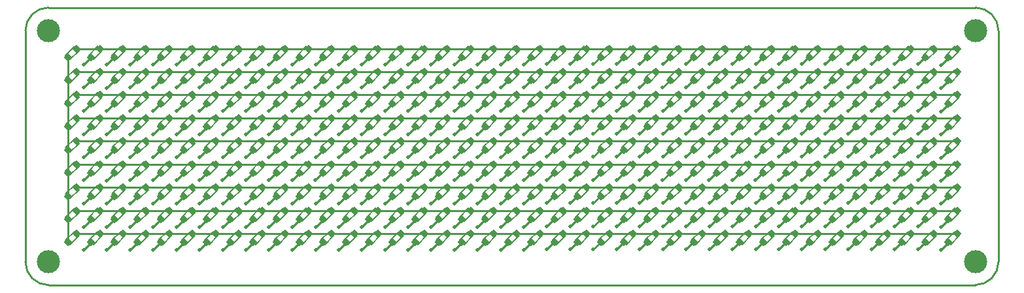
<source format=gtl>
G04*
G04 #@! TF.GenerationSoftware,Altium Limited,Altium Designer,18.1.9 (240)*
G04*
G04 Layer_Physical_Order=1*
G04 Layer_Color=255*
%FSLAX44Y44*%
%MOMM*%
G71*
G01*
G75*
%ADD10C,0.1270*%
%ADD11C,0.2540*%
%ADD12P,1.1314X4X270.0*%
%ADD16C,0.5000*%
%ADD17C,3.0000*%
D10*
X1567903Y772496D02*
X1579216Y783810D01*
X1562246Y778153D02*
X1573560Y789467D01*
X1562246Y778153D02*
X1567903Y772496D01*
X1573560Y789467D02*
X1579216Y783810D01*
X1537903Y772496D02*
X1549217Y783810D01*
X1532246Y778153D02*
X1543560Y789467D01*
X1532246Y778153D02*
X1537903Y772496D01*
X1543560Y789467D02*
X1549217Y783810D01*
X1507903Y772496D02*
X1519216Y783810D01*
X1502246Y778153D02*
X1513560Y789467D01*
X1502246Y778153D02*
X1507903Y772496D01*
X1513560Y789467D02*
X1519216Y783810D01*
X1477903Y772496D02*
X1489217Y783810D01*
X1472246Y778153D02*
X1483560Y789467D01*
X1472246Y778153D02*
X1477903Y772496D01*
X1483560Y789467D02*
X1489217Y783810D01*
X1447903Y772496D02*
X1459217Y783810D01*
X1442246Y778153D02*
X1453560Y789467D01*
X1442246Y778153D02*
X1447903Y772496D01*
X1453560Y789467D02*
X1459217Y783810D01*
X1417903Y772496D02*
X1429216Y783810D01*
X1412246Y778153D02*
X1423560Y789467D01*
X1412246Y778153D02*
X1417903Y772496D01*
X1423560Y789467D02*
X1429216Y783810D01*
X1387903Y772496D02*
X1399217Y783810D01*
X1382246Y778153D02*
X1393560Y789467D01*
X1382246Y778153D02*
X1387903Y772496D01*
X1393560Y789467D02*
X1399217Y783810D01*
X1357903Y772496D02*
X1369216Y783810D01*
X1352246Y778153D02*
X1363560Y789467D01*
X1352246Y778153D02*
X1357903Y772496D01*
X1363560Y789467D02*
X1369216Y783810D01*
X1327903Y772496D02*
X1339217Y783810D01*
X1322246Y778153D02*
X1333560Y789467D01*
X1322246Y778153D02*
X1327903Y772496D01*
X1333560Y789467D02*
X1339217Y783810D01*
X1297903Y772496D02*
X1309217Y783810D01*
X1292246Y778153D02*
X1303560Y789467D01*
X1292246Y778153D02*
X1297903Y772496D01*
X1303560Y789467D02*
X1309217Y783810D01*
X1267903Y772496D02*
X1279217Y783810D01*
X1262246Y778153D02*
X1273560Y789467D01*
X1262246Y778153D02*
X1267903Y772496D01*
X1273560Y789467D02*
X1279217Y783810D01*
X1237903Y772496D02*
X1249217Y783810D01*
X1232246Y778153D02*
X1243560Y789467D01*
X1232246Y778153D02*
X1237903Y772496D01*
X1243560Y789467D02*
X1249217Y783810D01*
X1207903Y772496D02*
X1219217Y783810D01*
X1202246Y778153D02*
X1213560Y789467D01*
X1202246Y778153D02*
X1207903Y772496D01*
X1213560Y789467D02*
X1219217Y783810D01*
X1177903Y772496D02*
X1189217Y783810D01*
X1172246Y778153D02*
X1183560Y789467D01*
X1172246Y778153D02*
X1177903Y772496D01*
X1183560Y789467D02*
X1189217Y783810D01*
X1147903Y772496D02*
X1159217Y783810D01*
X1142246Y778153D02*
X1153560Y789467D01*
X1142246Y778153D02*
X1147903Y772496D01*
X1153560Y789467D02*
X1159217Y783810D01*
X1117903Y772496D02*
X1129217Y783810D01*
X1112246Y778153D02*
X1123560Y789467D01*
X1112246Y778153D02*
X1117903Y772496D01*
X1123560Y789467D02*
X1129217Y783810D01*
X1087903Y772496D02*
X1099217Y783810D01*
X1082246Y778153D02*
X1093560Y789467D01*
X1082246Y778153D02*
X1087903Y772496D01*
X1093560Y789467D02*
X1099217Y783810D01*
X1057903Y772496D02*
X1069217Y783810D01*
X1052246Y778153D02*
X1063560Y789467D01*
X1052246Y778153D02*
X1057903Y772496D01*
X1063560Y789467D02*
X1069217Y783810D01*
X1027903Y772496D02*
X1039217Y783810D01*
X1022246Y778153D02*
X1033560Y789467D01*
X1022246Y778153D02*
X1027903Y772496D01*
X1033560Y789467D02*
X1039217Y783810D01*
X997903Y772496D02*
X1009217Y783810D01*
X992246Y778153D02*
X1003560Y789467D01*
X992246Y778153D02*
X997903Y772496D01*
X1003560Y789467D02*
X1009217Y783810D01*
X967903Y772496D02*
X979217Y783810D01*
X962246Y778153D02*
X973560Y789467D01*
X962246Y778153D02*
X967903Y772496D01*
X973560Y789467D02*
X979217Y783810D01*
X937903Y772496D02*
X949217Y783810D01*
X932246Y778153D02*
X943560Y789467D01*
X932246Y778153D02*
X937903Y772496D01*
X943560Y789467D02*
X949217Y783810D01*
X907903Y772496D02*
X919217Y783810D01*
X902246Y778153D02*
X913560Y789467D01*
X902246Y778153D02*
X907903Y772496D01*
X913560Y789467D02*
X919217Y783810D01*
X877903Y772496D02*
X889217Y783810D01*
X872246Y778153D02*
X883560Y789467D01*
X872246Y778153D02*
X877903Y772496D01*
X883560Y789467D02*
X889217Y783810D01*
X847903Y772496D02*
X859217Y783810D01*
X842246Y778153D02*
X853560Y789467D01*
X842246Y778153D02*
X847903Y772496D01*
X853560Y789467D02*
X859217Y783810D01*
X817903Y772496D02*
X829217Y783810D01*
X812246Y778153D02*
X823560Y789467D01*
X812246Y778153D02*
X817903Y772496D01*
X823560Y789467D02*
X829217Y783810D01*
X787903Y772496D02*
X799217Y783810D01*
X782246Y778153D02*
X793560Y789467D01*
X782246Y778153D02*
X787903Y772496D01*
X793560Y789467D02*
X799217Y783810D01*
X757903Y772496D02*
X769217Y783810D01*
X752246Y778153D02*
X763560Y789467D01*
X752246Y778153D02*
X757903Y772496D01*
X763560Y789467D02*
X769217Y783810D01*
X727903Y772496D02*
X739217Y783810D01*
X722246Y778153D02*
X733560Y789467D01*
X722246Y778153D02*
X727903Y772496D01*
X733560Y789467D02*
X739217Y783810D01*
X697903Y772496D02*
X709217Y783810D01*
X692246Y778153D02*
X703560Y789467D01*
X692246Y778153D02*
X697903Y772496D01*
X703560Y789467D02*
X709217Y783810D01*
X667903Y772496D02*
X679217Y783810D01*
X662246Y778153D02*
X673560Y789467D01*
X662246Y778153D02*
X667903Y772496D01*
X673560Y789467D02*
X679217Y783810D01*
X637903Y772496D02*
X649217Y783810D01*
X632246Y778153D02*
X643560Y789467D01*
X632246Y778153D02*
X637903Y772496D01*
X643560Y789467D02*
X649217Y783810D01*
X607903Y772496D02*
X619217Y783810D01*
X602246Y778153D02*
X613560Y789467D01*
X602246Y778153D02*
X607903Y772496D01*
X613560Y789467D02*
X619217Y783810D01*
X577903Y772496D02*
X589217Y783810D01*
X572246Y778153D02*
X583560Y789467D01*
X572246Y778153D02*
X577903Y772496D01*
X583560Y789467D02*
X589217Y783810D01*
X547903Y772496D02*
X559217Y783810D01*
X542246Y778153D02*
X553560Y789467D01*
X542246Y778153D02*
X547903Y772496D01*
X553560Y789467D02*
X559217Y783810D01*
X517903Y772496D02*
X529217Y783810D01*
X512246Y778153D02*
X523560Y789467D01*
X512246Y778153D02*
X517903Y772496D01*
X523560Y789467D02*
X529217Y783810D01*
X487903Y772496D02*
X499217Y783810D01*
X482246Y778153D02*
X493560Y789467D01*
X482246Y778153D02*
X487903Y772496D01*
X493560Y789467D02*
X499217Y783810D01*
X457903Y772496D02*
X469217Y783810D01*
X452246Y778153D02*
X463560Y789467D01*
X452246Y778153D02*
X457903Y772496D01*
X463560Y789467D02*
X469217Y783810D01*
X427903Y772496D02*
X439217Y783810D01*
X422246Y778153D02*
X433560Y789467D01*
X422246Y778153D02*
X427903Y772496D01*
X433560Y789467D02*
X439217Y783810D01*
X1567903Y802496D02*
X1579216Y813810D01*
X1562246Y808153D02*
X1573560Y819467D01*
X1562246Y808153D02*
X1567903Y802496D01*
X1573560Y819467D02*
X1579216Y813810D01*
X1537903Y802496D02*
X1549217Y813810D01*
X1532246Y808153D02*
X1543560Y819467D01*
X1532246Y808153D02*
X1537903Y802496D01*
X1543560Y819467D02*
X1549217Y813810D01*
X1507903Y802496D02*
X1519216Y813810D01*
X1502246Y808153D02*
X1513560Y819467D01*
X1502246Y808153D02*
X1507903Y802496D01*
X1513560Y819467D02*
X1519216Y813810D01*
X1477903Y802496D02*
X1489217Y813810D01*
X1472246Y808153D02*
X1483560Y819467D01*
X1472246Y808153D02*
X1477903Y802496D01*
X1483560Y819467D02*
X1489217Y813810D01*
X1447903Y802496D02*
X1459217Y813810D01*
X1442246Y808153D02*
X1453560Y819467D01*
X1442246Y808153D02*
X1447903Y802496D01*
X1453560Y819467D02*
X1459217Y813810D01*
X1417903Y802496D02*
X1429216Y813810D01*
X1412246Y808153D02*
X1423560Y819467D01*
X1412246Y808153D02*
X1417903Y802496D01*
X1423560Y819467D02*
X1429216Y813810D01*
X1387903Y802496D02*
X1399217Y813810D01*
X1382246Y808153D02*
X1393560Y819467D01*
X1382246Y808153D02*
X1387903Y802496D01*
X1393560Y819467D02*
X1399217Y813810D01*
X1357903Y802496D02*
X1369216Y813810D01*
X1352246Y808153D02*
X1363560Y819467D01*
X1352246Y808153D02*
X1357903Y802496D01*
X1363560Y819467D02*
X1369216Y813810D01*
X1327903Y802496D02*
X1339217Y813810D01*
X1322246Y808153D02*
X1333560Y819467D01*
X1322246Y808153D02*
X1327903Y802496D01*
X1333560Y819467D02*
X1339217Y813810D01*
X1297903Y802496D02*
X1309217Y813810D01*
X1292246Y808153D02*
X1303560Y819467D01*
X1292246Y808153D02*
X1297903Y802496D01*
X1303560Y819467D02*
X1309217Y813810D01*
X1267903Y802496D02*
X1279217Y813810D01*
X1262246Y808153D02*
X1273560Y819467D01*
X1262246Y808153D02*
X1267903Y802496D01*
X1273560Y819467D02*
X1279217Y813810D01*
X1237903Y802496D02*
X1249217Y813810D01*
X1232246Y808153D02*
X1243560Y819467D01*
X1232246Y808153D02*
X1237903Y802496D01*
X1243560Y819467D02*
X1249217Y813810D01*
X1207903Y802496D02*
X1219217Y813810D01*
X1202246Y808153D02*
X1213560Y819467D01*
X1202246Y808153D02*
X1207903Y802496D01*
X1213560Y819467D02*
X1219217Y813810D01*
X1177903Y802496D02*
X1189217Y813810D01*
X1172246Y808153D02*
X1183560Y819467D01*
X1172246Y808153D02*
X1177903Y802496D01*
X1183560Y819467D02*
X1189217Y813810D01*
X1147903Y802496D02*
X1159217Y813810D01*
X1142246Y808153D02*
X1153560Y819467D01*
X1142246Y808153D02*
X1147903Y802496D01*
X1153560Y819467D02*
X1159217Y813810D01*
X1117903Y802496D02*
X1129217Y813810D01*
X1112246Y808153D02*
X1123560Y819467D01*
X1112246Y808153D02*
X1117903Y802496D01*
X1123560Y819467D02*
X1129217Y813810D01*
X1087903Y802496D02*
X1099217Y813810D01*
X1082246Y808153D02*
X1093560Y819467D01*
X1082246Y808153D02*
X1087903Y802496D01*
X1093560Y819467D02*
X1099217Y813810D01*
X1057903Y802496D02*
X1069217Y813810D01*
X1052246Y808153D02*
X1063560Y819467D01*
X1052246Y808153D02*
X1057903Y802496D01*
X1063560Y819467D02*
X1069217Y813810D01*
X1027903Y802496D02*
X1039217Y813810D01*
X1022246Y808153D02*
X1033560Y819467D01*
X1022246Y808153D02*
X1027903Y802496D01*
X1033560Y819467D02*
X1039217Y813810D01*
X997903Y802496D02*
X1009217Y813810D01*
X992246Y808153D02*
X1003560Y819467D01*
X992246Y808153D02*
X997903Y802496D01*
X1003560Y819467D02*
X1009217Y813810D01*
X967903Y802496D02*
X979217Y813810D01*
X962246Y808153D02*
X973560Y819467D01*
X962246Y808153D02*
X967903Y802496D01*
X973560Y819467D02*
X979217Y813810D01*
X937903Y802496D02*
X949217Y813810D01*
X932246Y808153D02*
X943560Y819467D01*
X932246Y808153D02*
X937903Y802496D01*
X943560Y819467D02*
X949217Y813810D01*
X907903Y802496D02*
X919217Y813810D01*
X902246Y808153D02*
X913560Y819467D01*
X902246Y808153D02*
X907903Y802496D01*
X913560Y819467D02*
X919217Y813810D01*
X877903Y802496D02*
X889217Y813810D01*
X872246Y808153D02*
X883560Y819467D01*
X872246Y808153D02*
X877903Y802496D01*
X883560Y819467D02*
X889217Y813810D01*
X847903Y802496D02*
X859217Y813810D01*
X842246Y808153D02*
X853560Y819467D01*
X842246Y808153D02*
X847903Y802496D01*
X853560Y819467D02*
X859217Y813810D01*
X817903Y802496D02*
X829217Y813810D01*
X812246Y808153D02*
X823560Y819467D01*
X812246Y808153D02*
X817903Y802496D01*
X823560Y819467D02*
X829217Y813810D01*
X787903Y802496D02*
X799217Y813810D01*
X782246Y808153D02*
X793560Y819467D01*
X782246Y808153D02*
X787903Y802496D01*
X793560Y819467D02*
X799217Y813810D01*
X757903Y802496D02*
X769217Y813810D01*
X752246Y808153D02*
X763560Y819467D01*
X752246Y808153D02*
X757903Y802496D01*
X763560Y819467D02*
X769217Y813810D01*
X727903Y802496D02*
X739217Y813810D01*
X722246Y808153D02*
X733560Y819467D01*
X722246Y808153D02*
X727903Y802496D01*
X733560Y819467D02*
X739217Y813810D01*
X697903Y802496D02*
X709217Y813810D01*
X692246Y808153D02*
X703560Y819467D01*
X692246Y808153D02*
X697903Y802496D01*
X703560Y819467D02*
X709217Y813810D01*
X667903Y802496D02*
X679217Y813810D01*
X662246Y808153D02*
X673560Y819467D01*
X662246Y808153D02*
X667903Y802496D01*
X673560Y819467D02*
X679217Y813810D01*
X637903Y802496D02*
X649217Y813810D01*
X632246Y808153D02*
X643560Y819467D01*
X632246Y808153D02*
X637903Y802496D01*
X643560Y819467D02*
X649217Y813810D01*
X607903Y802496D02*
X619217Y813810D01*
X602246Y808153D02*
X613560Y819467D01*
X602246Y808153D02*
X607903Y802496D01*
X613560Y819467D02*
X619217Y813810D01*
X577903Y802496D02*
X589217Y813810D01*
X572246Y808153D02*
X583560Y819467D01*
X572246Y808153D02*
X577903Y802496D01*
X583560Y819467D02*
X589217Y813810D01*
X547903Y802496D02*
X559217Y813810D01*
X542246Y808153D02*
X553560Y819467D01*
X542246Y808153D02*
X547903Y802496D01*
X553560Y819467D02*
X559217Y813810D01*
X517903Y802496D02*
X529217Y813810D01*
X512246Y808153D02*
X523560Y819467D01*
X512246Y808153D02*
X517903Y802496D01*
X523560Y819467D02*
X529217Y813810D01*
X487903Y802496D02*
X499217Y813810D01*
X482246Y808153D02*
X493560Y819467D01*
X482246Y808153D02*
X487903Y802496D01*
X493560Y819467D02*
X499217Y813810D01*
X457903Y802496D02*
X469217Y813810D01*
X452246Y808153D02*
X463560Y819467D01*
X452246Y808153D02*
X457903Y802496D01*
X463560Y819467D02*
X469217Y813810D01*
X427903Y802496D02*
X439217Y813810D01*
X422246Y808153D02*
X433560Y819467D01*
X422246Y808153D02*
X427903Y802496D01*
X433560Y819467D02*
X439217Y813810D01*
X1567903Y832496D02*
X1579216Y843810D01*
X1562246Y838153D02*
X1573560Y849467D01*
X1562246Y838153D02*
X1567903Y832496D01*
X1573560Y849467D02*
X1579216Y843810D01*
X1537903Y832496D02*
X1549217Y843810D01*
X1532246Y838153D02*
X1543560Y849467D01*
X1532246Y838153D02*
X1537903Y832496D01*
X1543560Y849467D02*
X1549217Y843810D01*
X1507903Y832496D02*
X1519216Y843810D01*
X1502246Y838153D02*
X1513560Y849467D01*
X1502246Y838153D02*
X1507903Y832496D01*
X1513560Y849467D02*
X1519216Y843810D01*
X1477903Y832496D02*
X1489217Y843810D01*
X1472246Y838153D02*
X1483560Y849467D01*
X1472246Y838153D02*
X1477903Y832496D01*
X1483560Y849467D02*
X1489217Y843810D01*
X1447903Y832496D02*
X1459217Y843810D01*
X1442246Y838153D02*
X1453560Y849467D01*
X1442246Y838153D02*
X1447903Y832496D01*
X1453560Y849467D02*
X1459217Y843810D01*
X1417903Y832496D02*
X1429216Y843810D01*
X1412246Y838153D02*
X1423560Y849467D01*
X1412246Y838153D02*
X1417903Y832496D01*
X1423560Y849467D02*
X1429216Y843810D01*
X1387903Y832496D02*
X1399217Y843810D01*
X1382246Y838153D02*
X1393560Y849467D01*
X1382246Y838153D02*
X1387903Y832496D01*
X1393560Y849467D02*
X1399217Y843810D01*
X1357903Y832496D02*
X1369216Y843810D01*
X1352246Y838153D02*
X1363560Y849467D01*
X1352246Y838153D02*
X1357903Y832496D01*
X1363560Y849467D02*
X1369216Y843810D01*
X1327903Y832496D02*
X1339217Y843810D01*
X1322246Y838153D02*
X1333560Y849467D01*
X1322246Y838153D02*
X1327903Y832496D01*
X1333560Y849467D02*
X1339217Y843810D01*
X1297903Y832496D02*
X1309217Y843810D01*
X1292246Y838153D02*
X1303560Y849467D01*
X1292246Y838153D02*
X1297903Y832496D01*
X1303560Y849467D02*
X1309217Y843810D01*
X1267903Y832496D02*
X1279217Y843810D01*
X1262246Y838153D02*
X1273560Y849467D01*
X1262246Y838153D02*
X1267903Y832496D01*
X1273560Y849467D02*
X1279217Y843810D01*
X1237903Y832496D02*
X1249217Y843810D01*
X1232246Y838153D02*
X1243560Y849467D01*
X1232246Y838153D02*
X1237903Y832496D01*
X1243560Y849467D02*
X1249217Y843810D01*
X1207903Y832496D02*
X1219217Y843810D01*
X1202246Y838153D02*
X1213560Y849467D01*
X1202246Y838153D02*
X1207903Y832496D01*
X1213560Y849467D02*
X1219217Y843810D01*
X1177903Y832496D02*
X1189217Y843810D01*
X1172246Y838153D02*
X1183560Y849467D01*
X1172246Y838153D02*
X1177903Y832496D01*
X1183560Y849467D02*
X1189217Y843810D01*
X1147903Y832496D02*
X1159217Y843810D01*
X1142246Y838153D02*
X1153560Y849467D01*
X1142246Y838153D02*
X1147903Y832496D01*
X1153560Y849467D02*
X1159217Y843810D01*
X1117903Y832496D02*
X1129217Y843810D01*
X1112246Y838153D02*
X1123560Y849467D01*
X1112246Y838153D02*
X1117903Y832496D01*
X1123560Y849467D02*
X1129217Y843810D01*
X1087903Y832496D02*
X1099217Y843810D01*
X1082246Y838153D02*
X1093560Y849467D01*
X1082246Y838153D02*
X1087903Y832496D01*
X1093560Y849467D02*
X1099217Y843810D01*
X1057903Y832496D02*
X1069217Y843810D01*
X1052246Y838153D02*
X1063560Y849467D01*
X1052246Y838153D02*
X1057903Y832496D01*
X1063560Y849467D02*
X1069217Y843810D01*
X1027903Y832496D02*
X1039217Y843810D01*
X1022246Y838153D02*
X1033560Y849467D01*
X1022246Y838153D02*
X1027903Y832496D01*
X1033560Y849467D02*
X1039217Y843810D01*
X997903Y832496D02*
X1009217Y843810D01*
X992246Y838153D02*
X1003560Y849467D01*
X992246Y838153D02*
X997903Y832496D01*
X1003560Y849467D02*
X1009217Y843810D01*
X967903Y832496D02*
X979217Y843810D01*
X962246Y838153D02*
X973560Y849467D01*
X962246Y838153D02*
X967903Y832496D01*
X973560Y849467D02*
X979217Y843810D01*
X937903Y832496D02*
X949217Y843810D01*
X932246Y838153D02*
X943560Y849467D01*
X932246Y838153D02*
X937903Y832496D01*
X943560Y849467D02*
X949217Y843810D01*
X907903Y832496D02*
X919217Y843810D01*
X902246Y838153D02*
X913560Y849467D01*
X902246Y838153D02*
X907903Y832496D01*
X913560Y849467D02*
X919217Y843810D01*
X877903Y832496D02*
X889217Y843810D01*
X872246Y838153D02*
X883560Y849467D01*
X872246Y838153D02*
X877903Y832496D01*
X883560Y849467D02*
X889217Y843810D01*
X847903Y832496D02*
X859217Y843810D01*
X842246Y838153D02*
X853560Y849467D01*
X842246Y838153D02*
X847903Y832496D01*
X853560Y849467D02*
X859217Y843810D01*
X817903Y832496D02*
X829217Y843810D01*
X812246Y838153D02*
X823560Y849467D01*
X812246Y838153D02*
X817903Y832496D01*
X823560Y849467D02*
X829217Y843810D01*
X787903Y832496D02*
X799217Y843810D01*
X782246Y838153D02*
X793560Y849467D01*
X782246Y838153D02*
X787903Y832496D01*
X793560Y849467D02*
X799217Y843810D01*
X757903Y832496D02*
X769217Y843810D01*
X752246Y838153D02*
X763560Y849467D01*
X752246Y838153D02*
X757903Y832496D01*
X763560Y849467D02*
X769217Y843810D01*
X727903Y832496D02*
X739217Y843810D01*
X722246Y838153D02*
X733560Y849467D01*
X722246Y838153D02*
X727903Y832496D01*
X733560Y849467D02*
X739217Y843810D01*
X697903Y832496D02*
X709217Y843810D01*
X692246Y838153D02*
X703560Y849467D01*
X692246Y838153D02*
X697903Y832496D01*
X703560Y849467D02*
X709217Y843810D01*
X667903Y832496D02*
X679217Y843810D01*
X662246Y838153D02*
X673560Y849467D01*
X662246Y838153D02*
X667903Y832496D01*
X673560Y849467D02*
X679217Y843810D01*
X637903Y832496D02*
X649217Y843810D01*
X632246Y838153D02*
X643560Y849467D01*
X632246Y838153D02*
X637903Y832496D01*
X643560Y849467D02*
X649217Y843810D01*
X607903Y832496D02*
X619217Y843810D01*
X602246Y838153D02*
X613560Y849467D01*
X602246Y838153D02*
X607903Y832496D01*
X613560Y849467D02*
X619217Y843810D01*
X577903Y832496D02*
X589217Y843810D01*
X572246Y838153D02*
X583560Y849467D01*
X572246Y838153D02*
X577903Y832496D01*
X583560Y849467D02*
X589217Y843810D01*
X547903Y832496D02*
X559217Y843810D01*
X542246Y838153D02*
X553560Y849467D01*
X542246Y838153D02*
X547903Y832496D01*
X553560Y849467D02*
X559217Y843810D01*
X517903Y832496D02*
X529217Y843810D01*
X512246Y838153D02*
X523560Y849467D01*
X512246Y838153D02*
X517903Y832496D01*
X523560Y849467D02*
X529217Y843810D01*
X487903Y832496D02*
X499217Y843810D01*
X482246Y838153D02*
X493560Y849467D01*
X482246Y838153D02*
X487903Y832496D01*
X493560Y849467D02*
X499217Y843810D01*
X457903Y832496D02*
X469217Y843810D01*
X452246Y838153D02*
X463560Y849467D01*
X452246Y838153D02*
X457903Y832496D01*
X463560Y849467D02*
X469217Y843810D01*
X427903Y832496D02*
X439217Y843810D01*
X422246Y838153D02*
X433560Y849467D01*
X422246Y838153D02*
X427903Y832496D01*
X433560Y849467D02*
X439217Y843810D01*
X1567903Y862496D02*
X1579216Y873810D01*
X1562246Y868153D02*
X1573560Y879467D01*
X1562246Y868153D02*
X1567903Y862496D01*
X1573560Y879467D02*
X1579216Y873810D01*
X1537903Y862496D02*
X1549217Y873810D01*
X1532246Y868153D02*
X1543560Y879467D01*
X1532246Y868153D02*
X1537903Y862496D01*
X1543560Y879467D02*
X1549217Y873810D01*
X1507903Y862496D02*
X1519216Y873810D01*
X1502246Y868153D02*
X1513560Y879467D01*
X1502246Y868153D02*
X1507903Y862496D01*
X1513560Y879467D02*
X1519216Y873810D01*
X1477903Y862496D02*
X1489217Y873810D01*
X1472246Y868153D02*
X1483560Y879467D01*
X1472246Y868153D02*
X1477903Y862496D01*
X1483560Y879467D02*
X1489217Y873810D01*
X1447903Y862496D02*
X1459217Y873810D01*
X1442246Y868153D02*
X1453560Y879467D01*
X1442246Y868153D02*
X1447903Y862496D01*
X1453560Y879467D02*
X1459217Y873810D01*
X1417903Y862496D02*
X1429216Y873810D01*
X1412246Y868153D02*
X1423560Y879467D01*
X1412246Y868153D02*
X1417903Y862496D01*
X1423560Y879467D02*
X1429216Y873810D01*
X1387903Y862496D02*
X1399217Y873810D01*
X1382246Y868153D02*
X1393560Y879467D01*
X1382246Y868153D02*
X1387903Y862496D01*
X1393560Y879467D02*
X1399217Y873810D01*
X1357903Y862496D02*
X1369216Y873810D01*
X1352246Y868153D02*
X1363560Y879467D01*
X1352246Y868153D02*
X1357903Y862496D01*
X1363560Y879467D02*
X1369216Y873810D01*
X1327903Y862496D02*
X1339217Y873810D01*
X1322246Y868153D02*
X1333560Y879467D01*
X1322246Y868153D02*
X1327903Y862496D01*
X1333560Y879467D02*
X1339217Y873810D01*
X1297903Y862496D02*
X1309217Y873810D01*
X1292246Y868153D02*
X1303560Y879467D01*
X1292246Y868153D02*
X1297903Y862496D01*
X1303560Y879467D02*
X1309217Y873810D01*
X1267903Y862496D02*
X1279217Y873810D01*
X1262246Y868153D02*
X1273560Y879467D01*
X1262246Y868153D02*
X1267903Y862496D01*
X1273560Y879467D02*
X1279217Y873810D01*
X1237903Y862496D02*
X1249217Y873810D01*
X1232246Y868153D02*
X1243560Y879467D01*
X1232246Y868153D02*
X1237903Y862496D01*
X1243560Y879467D02*
X1249217Y873810D01*
X1207903Y862496D02*
X1219217Y873810D01*
X1202246Y868153D02*
X1213560Y879467D01*
X1202246Y868153D02*
X1207903Y862496D01*
X1213560Y879467D02*
X1219217Y873810D01*
X1177903Y862496D02*
X1189217Y873810D01*
X1172246Y868153D02*
X1183560Y879467D01*
X1172246Y868153D02*
X1177903Y862496D01*
X1183560Y879467D02*
X1189217Y873810D01*
X1147903Y862496D02*
X1159217Y873810D01*
X1142246Y868153D02*
X1153560Y879467D01*
X1142246Y868153D02*
X1147903Y862496D01*
X1153560Y879467D02*
X1159217Y873810D01*
X1117903Y862496D02*
X1129217Y873810D01*
X1112246Y868153D02*
X1123560Y879467D01*
X1112246Y868153D02*
X1117903Y862496D01*
X1123560Y879467D02*
X1129217Y873810D01*
X1087903Y862496D02*
X1099217Y873810D01*
X1082246Y868153D02*
X1093560Y879467D01*
X1082246Y868153D02*
X1087903Y862496D01*
X1093560Y879467D02*
X1099217Y873810D01*
X1057903Y862496D02*
X1069217Y873810D01*
X1052246Y868153D02*
X1063560Y879467D01*
X1052246Y868153D02*
X1057903Y862496D01*
X1063560Y879467D02*
X1069217Y873810D01*
X1027903Y862496D02*
X1039217Y873810D01*
X1022246Y868153D02*
X1033560Y879467D01*
X1022246Y868153D02*
X1027903Y862496D01*
X1033560Y879467D02*
X1039217Y873810D01*
X997903Y862496D02*
X1009217Y873810D01*
X992246Y868153D02*
X1003560Y879467D01*
X992246Y868153D02*
X997903Y862496D01*
X1003560Y879467D02*
X1009217Y873810D01*
X967903Y862496D02*
X979217Y873810D01*
X962246Y868153D02*
X973560Y879467D01*
X962246Y868153D02*
X967903Y862496D01*
X973560Y879467D02*
X979217Y873810D01*
X937903Y862496D02*
X949217Y873810D01*
X932246Y868153D02*
X943560Y879467D01*
X932246Y868153D02*
X937903Y862496D01*
X943560Y879467D02*
X949217Y873810D01*
X907903Y862496D02*
X919217Y873810D01*
X902246Y868153D02*
X913560Y879467D01*
X902246Y868153D02*
X907903Y862496D01*
X913560Y879467D02*
X919217Y873810D01*
X877903Y862496D02*
X889217Y873810D01*
X872246Y868153D02*
X883560Y879467D01*
X872246Y868153D02*
X877903Y862496D01*
X883560Y879467D02*
X889217Y873810D01*
X847903Y862496D02*
X859217Y873810D01*
X842246Y868153D02*
X853560Y879467D01*
X842246Y868153D02*
X847903Y862496D01*
X853560Y879467D02*
X859217Y873810D01*
X817903Y862496D02*
X829217Y873810D01*
X812246Y868153D02*
X823560Y879467D01*
X812246Y868153D02*
X817903Y862496D01*
X823560Y879467D02*
X829217Y873810D01*
X787903Y862496D02*
X799217Y873810D01*
X782246Y868153D02*
X793560Y879467D01*
X782246Y868153D02*
X787903Y862496D01*
X793560Y879467D02*
X799217Y873810D01*
X757903Y862496D02*
X769217Y873810D01*
X752246Y868153D02*
X763560Y879467D01*
X752246Y868153D02*
X757903Y862496D01*
X763560Y879467D02*
X769217Y873810D01*
X727903Y862496D02*
X739217Y873810D01*
X722246Y868153D02*
X733560Y879467D01*
X722246Y868153D02*
X727903Y862496D01*
X733560Y879467D02*
X739217Y873810D01*
X697903Y862496D02*
X709217Y873810D01*
X692246Y868153D02*
X703560Y879467D01*
X692246Y868153D02*
X697903Y862496D01*
X703560Y879467D02*
X709217Y873810D01*
X667903Y862496D02*
X679217Y873810D01*
X662246Y868153D02*
X673560Y879467D01*
X662246Y868153D02*
X667903Y862496D01*
X673560Y879467D02*
X679217Y873810D01*
X637903Y862496D02*
X649217Y873810D01*
X632246Y868153D02*
X643560Y879467D01*
X632246Y868153D02*
X637903Y862496D01*
X643560Y879467D02*
X649217Y873810D01*
X607903Y862496D02*
X619217Y873810D01*
X602246Y868153D02*
X613560Y879467D01*
X602246Y868153D02*
X607903Y862496D01*
X613560Y879467D02*
X619217Y873810D01*
X577903Y862496D02*
X589217Y873810D01*
X572246Y868153D02*
X583560Y879467D01*
X572246Y868153D02*
X577903Y862496D01*
X583560Y879467D02*
X589217Y873810D01*
X547903Y862496D02*
X559217Y873810D01*
X542246Y868153D02*
X553560Y879467D01*
X542246Y868153D02*
X547903Y862496D01*
X553560Y879467D02*
X559217Y873810D01*
X517903Y862496D02*
X529217Y873810D01*
X512246Y868153D02*
X523560Y879467D01*
X512246Y868153D02*
X517903Y862496D01*
X523560Y879467D02*
X529217Y873810D01*
X487903Y862496D02*
X499217Y873810D01*
X482246Y868153D02*
X493560Y879467D01*
X482246Y868153D02*
X487903Y862496D01*
X493560Y879467D02*
X499217Y873810D01*
X457903Y862496D02*
X469217Y873810D01*
X452246Y868153D02*
X463560Y879467D01*
X452246Y868153D02*
X457903Y862496D01*
X463560Y879467D02*
X469217Y873810D01*
X427903Y862496D02*
X439217Y873810D01*
X422246Y868153D02*
X433560Y879467D01*
X422246Y868153D02*
X427903Y862496D01*
X433560Y879467D02*
X439217Y873810D01*
X1567903Y892496D02*
X1579216Y903810D01*
X1562246Y898153D02*
X1573560Y909467D01*
X1562246Y898153D02*
X1567903Y892496D01*
X1573560Y909467D02*
X1579216Y903810D01*
X1537903Y892496D02*
X1549217Y903810D01*
X1532246Y898153D02*
X1543560Y909467D01*
X1532246Y898153D02*
X1537903Y892496D01*
X1543560Y909467D02*
X1549217Y903810D01*
X1507903Y892496D02*
X1519216Y903810D01*
X1502246Y898153D02*
X1513560Y909467D01*
X1502246Y898153D02*
X1507903Y892496D01*
X1513560Y909467D02*
X1519216Y903810D01*
X1477903Y892496D02*
X1489217Y903810D01*
X1472246Y898153D02*
X1483560Y909467D01*
X1472246Y898153D02*
X1477903Y892496D01*
X1483560Y909467D02*
X1489217Y903810D01*
X1447903Y892496D02*
X1459217Y903810D01*
X1442246Y898153D02*
X1453560Y909467D01*
X1442246Y898153D02*
X1447903Y892496D01*
X1453560Y909467D02*
X1459217Y903810D01*
X1417903Y892496D02*
X1429216Y903810D01*
X1412246Y898153D02*
X1423560Y909467D01*
X1412246Y898153D02*
X1417903Y892496D01*
X1423560Y909467D02*
X1429216Y903810D01*
X1387903Y892496D02*
X1399217Y903810D01*
X1382246Y898153D02*
X1393560Y909467D01*
X1382246Y898153D02*
X1387903Y892496D01*
X1393560Y909467D02*
X1399217Y903810D01*
X1357903Y892496D02*
X1369216Y903810D01*
X1352246Y898153D02*
X1363560Y909467D01*
X1352246Y898153D02*
X1357903Y892496D01*
X1363560Y909467D02*
X1369216Y903810D01*
X1327903Y892496D02*
X1339217Y903810D01*
X1322246Y898153D02*
X1333560Y909467D01*
X1322246Y898153D02*
X1327903Y892496D01*
X1333560Y909467D02*
X1339217Y903810D01*
X1297903Y892496D02*
X1309217Y903810D01*
X1292246Y898153D02*
X1303560Y909467D01*
X1292246Y898153D02*
X1297903Y892496D01*
X1303560Y909467D02*
X1309217Y903810D01*
X1267903Y892496D02*
X1279217Y903810D01*
X1262246Y898153D02*
X1273560Y909467D01*
X1262246Y898153D02*
X1267903Y892496D01*
X1273560Y909467D02*
X1279217Y903810D01*
X1237903Y892496D02*
X1249217Y903810D01*
X1232246Y898153D02*
X1243560Y909467D01*
X1232246Y898153D02*
X1237903Y892496D01*
X1243560Y909467D02*
X1249217Y903810D01*
X1207903Y892496D02*
X1219217Y903810D01*
X1202246Y898153D02*
X1213560Y909467D01*
X1202246Y898153D02*
X1207903Y892496D01*
X1213560Y909467D02*
X1219217Y903810D01*
X1177903Y892496D02*
X1189217Y903810D01*
X1172246Y898153D02*
X1183560Y909467D01*
X1172246Y898153D02*
X1177903Y892496D01*
X1183560Y909467D02*
X1189217Y903810D01*
X1147903Y892496D02*
X1159217Y903810D01*
X1142246Y898153D02*
X1153560Y909467D01*
X1142246Y898153D02*
X1147903Y892496D01*
X1153560Y909467D02*
X1159217Y903810D01*
X1117903Y892496D02*
X1129217Y903810D01*
X1112246Y898153D02*
X1123560Y909467D01*
X1112246Y898153D02*
X1117903Y892496D01*
X1123560Y909467D02*
X1129217Y903810D01*
X1087903Y892496D02*
X1099217Y903810D01*
X1082246Y898153D02*
X1093560Y909467D01*
X1082246Y898153D02*
X1087903Y892496D01*
X1093560Y909467D02*
X1099217Y903810D01*
X1057903Y892496D02*
X1069217Y903810D01*
X1052246Y898153D02*
X1063560Y909467D01*
X1052246Y898153D02*
X1057903Y892496D01*
X1063560Y909467D02*
X1069217Y903810D01*
X1027903Y892496D02*
X1039217Y903810D01*
X1022246Y898153D02*
X1033560Y909467D01*
X1022246Y898153D02*
X1027903Y892496D01*
X1033560Y909467D02*
X1039217Y903810D01*
X997903Y892496D02*
X1009217Y903810D01*
X992246Y898153D02*
X1003560Y909467D01*
X992246Y898153D02*
X997903Y892496D01*
X1003560Y909467D02*
X1009217Y903810D01*
X967903Y892496D02*
X979217Y903810D01*
X962246Y898153D02*
X973560Y909467D01*
X962246Y898153D02*
X967903Y892496D01*
X973560Y909467D02*
X979217Y903810D01*
X937903Y892496D02*
X949217Y903810D01*
X932246Y898153D02*
X943560Y909467D01*
X932246Y898153D02*
X937903Y892496D01*
X943560Y909467D02*
X949217Y903810D01*
X907903Y892496D02*
X919217Y903810D01*
X902246Y898153D02*
X913560Y909467D01*
X902246Y898153D02*
X907903Y892496D01*
X913560Y909467D02*
X919217Y903810D01*
X877903Y892496D02*
X889217Y903810D01*
X872246Y898153D02*
X883560Y909467D01*
X872246Y898153D02*
X877903Y892496D01*
X883560Y909467D02*
X889217Y903810D01*
X847903Y892496D02*
X859217Y903810D01*
X842246Y898153D02*
X853560Y909467D01*
X842246Y898153D02*
X847903Y892496D01*
X853560Y909467D02*
X859217Y903810D01*
X817903Y892496D02*
X829217Y903810D01*
X812246Y898153D02*
X823560Y909467D01*
X812246Y898153D02*
X817903Y892496D01*
X823560Y909467D02*
X829217Y903810D01*
X787903Y892496D02*
X799217Y903810D01*
X782246Y898153D02*
X793560Y909467D01*
X782246Y898153D02*
X787903Y892496D01*
X793560Y909467D02*
X799217Y903810D01*
X757903Y892496D02*
X769217Y903810D01*
X752246Y898153D02*
X763560Y909467D01*
X752246Y898153D02*
X757903Y892496D01*
X763560Y909467D02*
X769217Y903810D01*
X727903Y892496D02*
X739217Y903810D01*
X722246Y898153D02*
X733560Y909467D01*
X722246Y898153D02*
X727903Y892496D01*
X733560Y909467D02*
X739217Y903810D01*
X697903Y892496D02*
X709217Y903810D01*
X692246Y898153D02*
X703560Y909467D01*
X692246Y898153D02*
X697903Y892496D01*
X703560Y909467D02*
X709217Y903810D01*
X667903Y892496D02*
X679217Y903810D01*
X662246Y898153D02*
X673560Y909467D01*
X662246Y898153D02*
X667903Y892496D01*
X673560Y909467D02*
X679217Y903810D01*
X637903Y892496D02*
X649217Y903810D01*
X632246Y898153D02*
X643560Y909467D01*
X632246Y898153D02*
X637903Y892496D01*
X643560Y909467D02*
X649217Y903810D01*
X607903Y892496D02*
X619217Y903810D01*
X602246Y898153D02*
X613560Y909467D01*
X602246Y898153D02*
X607903Y892496D01*
X613560Y909467D02*
X619217Y903810D01*
X577903Y892496D02*
X589217Y903810D01*
X572246Y898153D02*
X583560Y909467D01*
X572246Y898153D02*
X577903Y892496D01*
X583560Y909467D02*
X589217Y903810D01*
X547903Y892496D02*
X559217Y903810D01*
X542246Y898153D02*
X553560Y909467D01*
X542246Y898153D02*
X547903Y892496D01*
X553560Y909467D02*
X559217Y903810D01*
X517903Y892496D02*
X529217Y903810D01*
X512246Y898153D02*
X523560Y909467D01*
X512246Y898153D02*
X517903Y892496D01*
X523560Y909467D02*
X529217Y903810D01*
X487903Y892496D02*
X499217Y903810D01*
X482246Y898153D02*
X493560Y909467D01*
X482246Y898153D02*
X487903Y892496D01*
X493560Y909467D02*
X499217Y903810D01*
X457903Y892496D02*
X469217Y903810D01*
X452246Y898153D02*
X463560Y909467D01*
X452246Y898153D02*
X457903Y892496D01*
X463560Y909467D02*
X469217Y903810D01*
X427903Y892496D02*
X439217Y903810D01*
X422246Y898153D02*
X433560Y909467D01*
X422246Y898153D02*
X427903Y892496D01*
X433560Y909467D02*
X439217Y903810D01*
X1567903Y922496D02*
X1579216Y933810D01*
X1562246Y928153D02*
X1573560Y939467D01*
X1562246Y928153D02*
X1567903Y922496D01*
X1573560Y939467D02*
X1579216Y933810D01*
X1537903Y922496D02*
X1549217Y933810D01*
X1532246Y928153D02*
X1543560Y939467D01*
X1532246Y928153D02*
X1537903Y922496D01*
X1543560Y939467D02*
X1549217Y933810D01*
X1507903Y922496D02*
X1519216Y933810D01*
X1502246Y928153D02*
X1513560Y939467D01*
X1502246Y928153D02*
X1507903Y922496D01*
X1513560Y939467D02*
X1519216Y933810D01*
X1477903Y922496D02*
X1489217Y933810D01*
X1472246Y928153D02*
X1483560Y939467D01*
X1472246Y928153D02*
X1477903Y922496D01*
X1483560Y939467D02*
X1489217Y933810D01*
X1447903Y922496D02*
X1459217Y933810D01*
X1442246Y928153D02*
X1453560Y939467D01*
X1442246Y928153D02*
X1447903Y922496D01*
X1453560Y939467D02*
X1459217Y933810D01*
X1417903Y922496D02*
X1429216Y933810D01*
X1412246Y928153D02*
X1423560Y939467D01*
X1412246Y928153D02*
X1417903Y922496D01*
X1423560Y939467D02*
X1429216Y933810D01*
X1387903Y922496D02*
X1399217Y933810D01*
X1382246Y928153D02*
X1393560Y939467D01*
X1382246Y928153D02*
X1387903Y922496D01*
X1393560Y939467D02*
X1399217Y933810D01*
X1357903Y922496D02*
X1369216Y933810D01*
X1352246Y928153D02*
X1363560Y939467D01*
X1352246Y928153D02*
X1357903Y922496D01*
X1363560Y939467D02*
X1369216Y933810D01*
X1327903Y922496D02*
X1339217Y933810D01*
X1322246Y928153D02*
X1333560Y939467D01*
X1322246Y928153D02*
X1327903Y922496D01*
X1333560Y939467D02*
X1339217Y933810D01*
X1297903Y922496D02*
X1309217Y933810D01*
X1292246Y928153D02*
X1303560Y939467D01*
X1292246Y928153D02*
X1297903Y922496D01*
X1303560Y939467D02*
X1309217Y933810D01*
X1267903Y922496D02*
X1279217Y933810D01*
X1262246Y928153D02*
X1273560Y939467D01*
X1262246Y928153D02*
X1267903Y922496D01*
X1273560Y939467D02*
X1279217Y933810D01*
X1237903Y922496D02*
X1249217Y933810D01*
X1232246Y928153D02*
X1243560Y939467D01*
X1232246Y928153D02*
X1237903Y922496D01*
X1243560Y939467D02*
X1249217Y933810D01*
X1207903Y922496D02*
X1219217Y933810D01*
X1202246Y928153D02*
X1213560Y939467D01*
X1202246Y928153D02*
X1207903Y922496D01*
X1213560Y939467D02*
X1219217Y933810D01*
X1177903Y922496D02*
X1189217Y933810D01*
X1172246Y928153D02*
X1183560Y939467D01*
X1172246Y928153D02*
X1177903Y922496D01*
X1183560Y939467D02*
X1189217Y933810D01*
X1147903Y922496D02*
X1159217Y933810D01*
X1142246Y928153D02*
X1153560Y939467D01*
X1142246Y928153D02*
X1147903Y922496D01*
X1153560Y939467D02*
X1159217Y933810D01*
X1117903Y922496D02*
X1129217Y933810D01*
X1112246Y928153D02*
X1123560Y939467D01*
X1112246Y928153D02*
X1117903Y922496D01*
X1123560Y939467D02*
X1129217Y933810D01*
X1087903Y922496D02*
X1099217Y933810D01*
X1082246Y928153D02*
X1093560Y939467D01*
X1082246Y928153D02*
X1087903Y922496D01*
X1093560Y939467D02*
X1099217Y933810D01*
X1057903Y922496D02*
X1069217Y933810D01*
X1052246Y928153D02*
X1063560Y939467D01*
X1052246Y928153D02*
X1057903Y922496D01*
X1063560Y939467D02*
X1069217Y933810D01*
X1027903Y922496D02*
X1039217Y933810D01*
X1022246Y928153D02*
X1033560Y939467D01*
X1022246Y928153D02*
X1027903Y922496D01*
X1033560Y939467D02*
X1039217Y933810D01*
X997903Y922496D02*
X1009217Y933810D01*
X992246Y928153D02*
X1003560Y939467D01*
X992246Y928153D02*
X997903Y922496D01*
X1003560Y939467D02*
X1009217Y933810D01*
X967903Y922496D02*
X979217Y933810D01*
X962246Y928153D02*
X973560Y939467D01*
X962246Y928153D02*
X967903Y922496D01*
X973560Y939467D02*
X979217Y933810D01*
X937903Y922496D02*
X949217Y933810D01*
X932246Y928153D02*
X943560Y939467D01*
X932246Y928153D02*
X937903Y922496D01*
X943560Y939467D02*
X949217Y933810D01*
X907903Y922496D02*
X919217Y933810D01*
X902246Y928153D02*
X913560Y939467D01*
X902246Y928153D02*
X907903Y922496D01*
X913560Y939467D02*
X919217Y933810D01*
X877903Y922496D02*
X889217Y933810D01*
X872246Y928153D02*
X883560Y939467D01*
X872246Y928153D02*
X877903Y922496D01*
X883560Y939467D02*
X889217Y933810D01*
X847903Y922496D02*
X859217Y933810D01*
X842246Y928153D02*
X853560Y939467D01*
X842246Y928153D02*
X847903Y922496D01*
X853560Y939467D02*
X859217Y933810D01*
X817903Y922496D02*
X829217Y933810D01*
X812246Y928153D02*
X823560Y939467D01*
X812246Y928153D02*
X817903Y922496D01*
X823560Y939467D02*
X829217Y933810D01*
X787903Y922496D02*
X799217Y933810D01*
X782246Y928153D02*
X793560Y939467D01*
X782246Y928153D02*
X787903Y922496D01*
X793560Y939467D02*
X799217Y933810D01*
X757903Y922496D02*
X769217Y933810D01*
X752246Y928153D02*
X763560Y939467D01*
X752246Y928153D02*
X757903Y922496D01*
X763560Y939467D02*
X769217Y933810D01*
X727903Y922496D02*
X739217Y933810D01*
X722246Y928153D02*
X733560Y939467D01*
X722246Y928153D02*
X727903Y922496D01*
X733560Y939467D02*
X739217Y933810D01*
X697903Y922496D02*
X709217Y933810D01*
X692246Y928153D02*
X703560Y939467D01*
X692246Y928153D02*
X697903Y922496D01*
X703560Y939467D02*
X709217Y933810D01*
X667903Y922496D02*
X679217Y933810D01*
X662246Y928153D02*
X673560Y939467D01*
X662246Y928153D02*
X667903Y922496D01*
X673560Y939467D02*
X679217Y933810D01*
X637903Y922496D02*
X649217Y933810D01*
X632246Y928153D02*
X643560Y939467D01*
X632246Y928153D02*
X637903Y922496D01*
X643560Y939467D02*
X649217Y933810D01*
X607903Y922496D02*
X619217Y933810D01*
X602246Y928153D02*
X613560Y939467D01*
X602246Y928153D02*
X607903Y922496D01*
X613560Y939467D02*
X619217Y933810D01*
X577903Y922496D02*
X589217Y933810D01*
X572246Y928153D02*
X583560Y939467D01*
X572246Y928153D02*
X577903Y922496D01*
X583560Y939467D02*
X589217Y933810D01*
X547903Y922496D02*
X559217Y933810D01*
X542246Y928153D02*
X553560Y939467D01*
X542246Y928153D02*
X547903Y922496D01*
X553560Y939467D02*
X559217Y933810D01*
X517903Y922496D02*
X529217Y933810D01*
X512246Y928153D02*
X523560Y939467D01*
X512246Y928153D02*
X517903Y922496D01*
X523560Y939467D02*
X529217Y933810D01*
X487903Y922496D02*
X499217Y933810D01*
X482246Y928153D02*
X493560Y939467D01*
X482246Y928153D02*
X487903Y922496D01*
X493560Y939467D02*
X499217Y933810D01*
X457903Y922496D02*
X469217Y933810D01*
X452246Y928153D02*
X463560Y939467D01*
X452246Y928153D02*
X457903Y922496D01*
X463560Y939467D02*
X469217Y933810D01*
X427903Y922496D02*
X439217Y933810D01*
X422246Y928153D02*
X433560Y939467D01*
X422246Y928153D02*
X427903Y922496D01*
X433560Y939467D02*
X439217Y933810D01*
X1567903Y952496D02*
X1579216Y963810D01*
X1562246Y958153D02*
X1573560Y969467D01*
X1562246Y958153D02*
X1567903Y952496D01*
X1573560Y969467D02*
X1579216Y963810D01*
X1537903Y952496D02*
X1549217Y963810D01*
X1532246Y958153D02*
X1543560Y969467D01*
X1532246Y958153D02*
X1537903Y952496D01*
X1543560Y969467D02*
X1549217Y963810D01*
X1507903Y952496D02*
X1519216Y963810D01*
X1502246Y958153D02*
X1513560Y969467D01*
X1502246Y958153D02*
X1507903Y952496D01*
X1513560Y969467D02*
X1519216Y963810D01*
X1477903Y952496D02*
X1489217Y963810D01*
X1472246Y958153D02*
X1483560Y969467D01*
X1472246Y958153D02*
X1477903Y952496D01*
X1483560Y969467D02*
X1489217Y963810D01*
X1447903Y952496D02*
X1459217Y963810D01*
X1442246Y958153D02*
X1453560Y969467D01*
X1442246Y958153D02*
X1447903Y952496D01*
X1453560Y969467D02*
X1459217Y963810D01*
X1417903Y952496D02*
X1429216Y963810D01*
X1412246Y958153D02*
X1423560Y969467D01*
X1412246Y958153D02*
X1417903Y952496D01*
X1423560Y969467D02*
X1429216Y963810D01*
X1387903Y952496D02*
X1399217Y963810D01*
X1382246Y958153D02*
X1393560Y969467D01*
X1382246Y958153D02*
X1387903Y952496D01*
X1393560Y969467D02*
X1399217Y963810D01*
X1357903Y952496D02*
X1369216Y963810D01*
X1352246Y958153D02*
X1363560Y969467D01*
X1352246Y958153D02*
X1357903Y952496D01*
X1363560Y969467D02*
X1369216Y963810D01*
X1327903Y952496D02*
X1339217Y963810D01*
X1322246Y958153D02*
X1333560Y969467D01*
X1322246Y958153D02*
X1327903Y952496D01*
X1333560Y969467D02*
X1339217Y963810D01*
X1297903Y952496D02*
X1309217Y963810D01*
X1292246Y958153D02*
X1303560Y969467D01*
X1292246Y958153D02*
X1297903Y952496D01*
X1303560Y969467D02*
X1309217Y963810D01*
X1267903Y952496D02*
X1279217Y963810D01*
X1262246Y958153D02*
X1273560Y969467D01*
X1262246Y958153D02*
X1267903Y952496D01*
X1273560Y969467D02*
X1279217Y963810D01*
X1237903Y952496D02*
X1249217Y963810D01*
X1232246Y958153D02*
X1243560Y969467D01*
X1232246Y958153D02*
X1237903Y952496D01*
X1243560Y969467D02*
X1249217Y963810D01*
X1207903Y952496D02*
X1219217Y963810D01*
X1202246Y958153D02*
X1213560Y969467D01*
X1202246Y958153D02*
X1207903Y952496D01*
X1213560Y969467D02*
X1219217Y963810D01*
X1177903Y952496D02*
X1189217Y963810D01*
X1172246Y958153D02*
X1183560Y969467D01*
X1172246Y958153D02*
X1177903Y952496D01*
X1183560Y969467D02*
X1189217Y963810D01*
X1147903Y952496D02*
X1159217Y963810D01*
X1142246Y958153D02*
X1153560Y969467D01*
X1142246Y958153D02*
X1147903Y952496D01*
X1153560Y969467D02*
X1159217Y963810D01*
X1117903Y952496D02*
X1129217Y963810D01*
X1112246Y958153D02*
X1123560Y969467D01*
X1112246Y958153D02*
X1117903Y952496D01*
X1123560Y969467D02*
X1129217Y963810D01*
X1087903Y952496D02*
X1099217Y963810D01*
X1082246Y958153D02*
X1093560Y969467D01*
X1082246Y958153D02*
X1087903Y952496D01*
X1093560Y969467D02*
X1099217Y963810D01*
X1057903Y952496D02*
X1069217Y963810D01*
X1052246Y958153D02*
X1063560Y969467D01*
X1052246Y958153D02*
X1057903Y952496D01*
X1063560Y969467D02*
X1069217Y963810D01*
X1027903Y952496D02*
X1039217Y963810D01*
X1022246Y958153D02*
X1033560Y969467D01*
X1022246Y958153D02*
X1027903Y952496D01*
X1033560Y969467D02*
X1039217Y963810D01*
X997903Y952496D02*
X1009217Y963810D01*
X992246Y958153D02*
X1003560Y969467D01*
X992246Y958153D02*
X997903Y952496D01*
X1003560Y969467D02*
X1009217Y963810D01*
X967903Y952496D02*
X979217Y963810D01*
X962246Y958153D02*
X973560Y969467D01*
X962246Y958153D02*
X967903Y952496D01*
X973560Y969467D02*
X979217Y963810D01*
X937903Y952496D02*
X949217Y963810D01*
X932246Y958153D02*
X943560Y969467D01*
X932246Y958153D02*
X937903Y952496D01*
X943560Y969467D02*
X949217Y963810D01*
X907903Y952496D02*
X919217Y963810D01*
X902246Y958153D02*
X913560Y969467D01*
X902246Y958153D02*
X907903Y952496D01*
X913560Y969467D02*
X919217Y963810D01*
X877903Y952496D02*
X889217Y963810D01*
X872246Y958153D02*
X883560Y969467D01*
X872246Y958153D02*
X877903Y952496D01*
X883560Y969467D02*
X889217Y963810D01*
X847903Y952496D02*
X859217Y963810D01*
X842246Y958153D02*
X853560Y969467D01*
X842246Y958153D02*
X847903Y952496D01*
X853560Y969467D02*
X859217Y963810D01*
X817903Y952496D02*
X829217Y963810D01*
X812246Y958153D02*
X823560Y969467D01*
X812246Y958153D02*
X817903Y952496D01*
X823560Y969467D02*
X829217Y963810D01*
X787903Y952496D02*
X799217Y963810D01*
X782246Y958153D02*
X793560Y969467D01*
X782246Y958153D02*
X787903Y952496D01*
X793560Y969467D02*
X799217Y963810D01*
X757903Y952496D02*
X769217Y963810D01*
X752246Y958153D02*
X763560Y969467D01*
X752246Y958153D02*
X757903Y952496D01*
X763560Y969467D02*
X769217Y963810D01*
X727903Y952496D02*
X739217Y963810D01*
X722246Y958153D02*
X733560Y969467D01*
X722246Y958153D02*
X727903Y952496D01*
X733560Y969467D02*
X739217Y963810D01*
X697903Y952496D02*
X709217Y963810D01*
X692246Y958153D02*
X703560Y969467D01*
X692246Y958153D02*
X697903Y952496D01*
X703560Y969467D02*
X709217Y963810D01*
X667903Y952496D02*
X679217Y963810D01*
X662246Y958153D02*
X673560Y969467D01*
X662246Y958153D02*
X667903Y952496D01*
X673560Y969467D02*
X679217Y963810D01*
X637903Y952496D02*
X649217Y963810D01*
X632246Y958153D02*
X643560Y969467D01*
X632246Y958153D02*
X637903Y952496D01*
X643560Y969467D02*
X649217Y963810D01*
X607903Y952496D02*
X619217Y963810D01*
X602246Y958153D02*
X613560Y969467D01*
X602246Y958153D02*
X607903Y952496D01*
X613560Y969467D02*
X619217Y963810D01*
X577903Y952496D02*
X589217Y963810D01*
X572246Y958153D02*
X583560Y969467D01*
X572246Y958153D02*
X577903Y952496D01*
X583560Y969467D02*
X589217Y963810D01*
X547903Y952496D02*
X559217Y963810D01*
X542246Y958153D02*
X553560Y969467D01*
X542246Y958153D02*
X547903Y952496D01*
X553560Y969467D02*
X559217Y963810D01*
X517903Y952496D02*
X529217Y963810D01*
X512246Y958153D02*
X523560Y969467D01*
X512246Y958153D02*
X517903Y952496D01*
X523560Y969467D02*
X529217Y963810D01*
X487903Y952496D02*
X499217Y963810D01*
X482246Y958153D02*
X493560Y969467D01*
X482246Y958153D02*
X487903Y952496D01*
X493560Y969467D02*
X499217Y963810D01*
X457903Y952496D02*
X469217Y963810D01*
X452246Y958153D02*
X463560Y969467D01*
X452246Y958153D02*
X457903Y952496D01*
X463560Y969467D02*
X469217Y963810D01*
X427903Y952496D02*
X439217Y963810D01*
X422246Y958153D02*
X433560Y969467D01*
X422246Y958153D02*
X427903Y952496D01*
X433560Y969467D02*
X439217Y963810D01*
X1567903Y982496D02*
X1579216Y993810D01*
X1562246Y988153D02*
X1573560Y999467D01*
X1562246Y988153D02*
X1567903Y982496D01*
X1573560Y999467D02*
X1579216Y993810D01*
X1537903Y982496D02*
X1549217Y993810D01*
X1532246Y988153D02*
X1543560Y999467D01*
X1532246Y988153D02*
X1537903Y982496D01*
X1543560Y999467D02*
X1549217Y993810D01*
X1507903Y982496D02*
X1519216Y993810D01*
X1502246Y988153D02*
X1513560Y999467D01*
X1502246Y988153D02*
X1507903Y982496D01*
X1513560Y999467D02*
X1519216Y993810D01*
X1477903Y982496D02*
X1489217Y993810D01*
X1472246Y988153D02*
X1483560Y999467D01*
X1472246Y988153D02*
X1477903Y982496D01*
X1483560Y999467D02*
X1489217Y993810D01*
X1447903Y982496D02*
X1459217Y993810D01*
X1442246Y988153D02*
X1453560Y999467D01*
X1442246Y988153D02*
X1447903Y982496D01*
X1453560Y999467D02*
X1459217Y993810D01*
X1417903Y982496D02*
X1429216Y993810D01*
X1412246Y988153D02*
X1423560Y999467D01*
X1412246Y988153D02*
X1417903Y982496D01*
X1423560Y999467D02*
X1429216Y993810D01*
X1387903Y982496D02*
X1399217Y993810D01*
X1382246Y988153D02*
X1393560Y999467D01*
X1382246Y988153D02*
X1387903Y982496D01*
X1393560Y999467D02*
X1399217Y993810D01*
X1357903Y982496D02*
X1369216Y993810D01*
X1352246Y988153D02*
X1363560Y999467D01*
X1352246Y988153D02*
X1357903Y982496D01*
X1363560Y999467D02*
X1369216Y993810D01*
X1327903Y982496D02*
X1339217Y993810D01*
X1322246Y988153D02*
X1333560Y999467D01*
X1322246Y988153D02*
X1327903Y982496D01*
X1333560Y999467D02*
X1339217Y993810D01*
X1297903Y982496D02*
X1309217Y993810D01*
X1292246Y988153D02*
X1303560Y999467D01*
X1292246Y988153D02*
X1297903Y982496D01*
X1303560Y999467D02*
X1309217Y993810D01*
X1267903Y982496D02*
X1279217Y993810D01*
X1262246Y988153D02*
X1273560Y999467D01*
X1262246Y988153D02*
X1267903Y982496D01*
X1273560Y999467D02*
X1279217Y993810D01*
X1237903Y982496D02*
X1249217Y993810D01*
X1232246Y988153D02*
X1243560Y999467D01*
X1232246Y988153D02*
X1237903Y982496D01*
X1243560Y999467D02*
X1249217Y993810D01*
X1207903Y982496D02*
X1219217Y993810D01*
X1202246Y988153D02*
X1213560Y999467D01*
X1202246Y988153D02*
X1207903Y982496D01*
X1213560Y999467D02*
X1219217Y993810D01*
X1177903Y982496D02*
X1189217Y993810D01*
X1172246Y988153D02*
X1183560Y999467D01*
X1172246Y988153D02*
X1177903Y982496D01*
X1183560Y999467D02*
X1189217Y993810D01*
X1147903Y982496D02*
X1159217Y993810D01*
X1142246Y988153D02*
X1153560Y999467D01*
X1142246Y988153D02*
X1147903Y982496D01*
X1153560Y999467D02*
X1159217Y993810D01*
X1117903Y982496D02*
X1129217Y993810D01*
X1112246Y988153D02*
X1123560Y999467D01*
X1112246Y988153D02*
X1117903Y982496D01*
X1123560Y999467D02*
X1129217Y993810D01*
X1087903Y982496D02*
X1099217Y993810D01*
X1082246Y988153D02*
X1093560Y999467D01*
X1082246Y988153D02*
X1087903Y982496D01*
X1093560Y999467D02*
X1099217Y993810D01*
X1057903Y982496D02*
X1069217Y993810D01*
X1052246Y988153D02*
X1063560Y999467D01*
X1052246Y988153D02*
X1057903Y982496D01*
X1063560Y999467D02*
X1069217Y993810D01*
X1027903Y982496D02*
X1039217Y993810D01*
X1022246Y988153D02*
X1033560Y999467D01*
X1022246Y988153D02*
X1027903Y982496D01*
X1033560Y999467D02*
X1039217Y993810D01*
X997903Y982496D02*
X1009217Y993810D01*
X992246Y988153D02*
X1003560Y999467D01*
X992246Y988153D02*
X997903Y982496D01*
X1003560Y999467D02*
X1009217Y993810D01*
X967903Y982496D02*
X979217Y993810D01*
X962246Y988153D02*
X973560Y999467D01*
X962246Y988153D02*
X967903Y982496D01*
X973560Y999467D02*
X979217Y993810D01*
X937903Y982496D02*
X949217Y993810D01*
X932246Y988153D02*
X943560Y999467D01*
X932246Y988153D02*
X937903Y982496D01*
X943560Y999467D02*
X949217Y993810D01*
X907903Y982496D02*
X919217Y993810D01*
X902246Y988153D02*
X913560Y999467D01*
X902246Y988153D02*
X907903Y982496D01*
X913560Y999467D02*
X919217Y993810D01*
X877903Y982496D02*
X889217Y993810D01*
X872246Y988153D02*
X883560Y999467D01*
X872246Y988153D02*
X877903Y982496D01*
X883560Y999467D02*
X889217Y993810D01*
X847903Y982496D02*
X859217Y993810D01*
X842246Y988153D02*
X853560Y999467D01*
X842246Y988153D02*
X847903Y982496D01*
X853560Y999467D02*
X859217Y993810D01*
X817903Y982496D02*
X829217Y993810D01*
X812246Y988153D02*
X823560Y999467D01*
X812246Y988153D02*
X817903Y982496D01*
X823560Y999467D02*
X829217Y993810D01*
X787903Y982496D02*
X799217Y993810D01*
X782246Y988153D02*
X793560Y999467D01*
X782246Y988153D02*
X787903Y982496D01*
X793560Y999467D02*
X799217Y993810D01*
X757903Y982496D02*
X769217Y993810D01*
X752246Y988153D02*
X763560Y999467D01*
X752246Y988153D02*
X757903Y982496D01*
X763560Y999467D02*
X769217Y993810D01*
X727903Y982496D02*
X739217Y993810D01*
X722246Y988153D02*
X733560Y999467D01*
X722246Y988153D02*
X727903Y982496D01*
X733560Y999467D02*
X739217Y993810D01*
X697903Y982496D02*
X709217Y993810D01*
X692246Y988153D02*
X703560Y999467D01*
X692246Y988153D02*
X697903Y982496D01*
X703560Y999467D02*
X709217Y993810D01*
X667903Y982496D02*
X679217Y993810D01*
X662246Y988153D02*
X673560Y999467D01*
X662246Y988153D02*
X667903Y982496D01*
X673560Y999467D02*
X679217Y993810D01*
X637903Y982496D02*
X649217Y993810D01*
X632246Y988153D02*
X643560Y999467D01*
X632246Y988153D02*
X637903Y982496D01*
X643560Y999467D02*
X649217Y993810D01*
X607903Y982496D02*
X619217Y993810D01*
X602246Y988153D02*
X613560Y999467D01*
X602246Y988153D02*
X607903Y982496D01*
X613560Y999467D02*
X619217Y993810D01*
X577903Y982496D02*
X589217Y993810D01*
X572246Y988153D02*
X583560Y999467D01*
X572246Y988153D02*
X577903Y982496D01*
X583560Y999467D02*
X589217Y993810D01*
X547903Y982496D02*
X559217Y993810D01*
X542246Y988153D02*
X553560Y999467D01*
X542246Y988153D02*
X547903Y982496D01*
X553560Y999467D02*
X559217Y993810D01*
X517903Y982496D02*
X529217Y993810D01*
X512246Y988153D02*
X523560Y999467D01*
X512246Y988153D02*
X517903Y982496D01*
X523560Y999467D02*
X529217Y993810D01*
X487903Y982496D02*
X499217Y993810D01*
X482246Y988153D02*
X493560Y999467D01*
X482246Y988153D02*
X487903Y982496D01*
X493560Y999467D02*
X499217Y993810D01*
X457903Y982496D02*
X469217Y993810D01*
X452246Y988153D02*
X463560Y999467D01*
X452246Y988153D02*
X457903Y982496D01*
X463560Y999467D02*
X469217Y993810D01*
X427903Y982496D02*
X439217Y993810D01*
X422246Y988153D02*
X433560Y999467D01*
X422246Y988153D02*
X427903Y982496D01*
X433560Y999467D02*
X439217Y993810D01*
X1567903Y1012496D02*
X1579216Y1023810D01*
X1562246Y1018153D02*
X1573560Y1029467D01*
X1562246Y1018153D02*
X1567903Y1012496D01*
X1573560Y1029467D02*
X1579216Y1023810D01*
X1537903Y1012496D02*
X1549217Y1023810D01*
X1532246Y1018153D02*
X1543560Y1029467D01*
X1532246Y1018153D02*
X1537903Y1012496D01*
X1543560Y1029467D02*
X1549217Y1023810D01*
X1507903Y1012496D02*
X1519216Y1023810D01*
X1502246Y1018153D02*
X1513560Y1029467D01*
X1502246Y1018153D02*
X1507903Y1012496D01*
X1513560Y1029467D02*
X1519216Y1023810D01*
X1477903Y1012496D02*
X1489217Y1023810D01*
X1472246Y1018153D02*
X1483560Y1029467D01*
X1472246Y1018153D02*
X1477903Y1012496D01*
X1483560Y1029467D02*
X1489217Y1023810D01*
X1447903Y1012496D02*
X1459217Y1023810D01*
X1442246Y1018153D02*
X1453560Y1029467D01*
X1442246Y1018153D02*
X1447903Y1012496D01*
X1453560Y1029467D02*
X1459217Y1023810D01*
X1417903Y1012496D02*
X1429216Y1023810D01*
X1412246Y1018153D02*
X1423560Y1029467D01*
X1412246Y1018153D02*
X1417903Y1012496D01*
X1423560Y1029467D02*
X1429216Y1023810D01*
X1387903Y1012496D02*
X1399217Y1023810D01*
X1382246Y1018153D02*
X1393560Y1029467D01*
X1382246Y1018153D02*
X1387903Y1012496D01*
X1393560Y1029467D02*
X1399217Y1023810D01*
X1357903Y1012496D02*
X1369216Y1023810D01*
X1352246Y1018153D02*
X1363560Y1029467D01*
X1352246Y1018153D02*
X1357903Y1012496D01*
X1363560Y1029467D02*
X1369216Y1023810D01*
X1327903Y1012496D02*
X1339217Y1023810D01*
X1322246Y1018153D02*
X1333560Y1029467D01*
X1322246Y1018153D02*
X1327903Y1012496D01*
X1333560Y1029467D02*
X1339217Y1023810D01*
X1297903Y1012496D02*
X1309217Y1023810D01*
X1292246Y1018153D02*
X1303560Y1029467D01*
X1292246Y1018153D02*
X1297903Y1012496D01*
X1303560Y1029467D02*
X1309217Y1023810D01*
X1267903Y1012496D02*
X1279217Y1023810D01*
X1262246Y1018153D02*
X1273560Y1029467D01*
X1262246Y1018153D02*
X1267903Y1012496D01*
X1273560Y1029467D02*
X1279217Y1023810D01*
X1237903Y1012496D02*
X1249217Y1023810D01*
X1232246Y1018153D02*
X1243560Y1029467D01*
X1232246Y1018153D02*
X1237903Y1012496D01*
X1243560Y1029467D02*
X1249217Y1023810D01*
X1207903Y1012496D02*
X1219217Y1023810D01*
X1202246Y1018153D02*
X1213560Y1029467D01*
X1202246Y1018153D02*
X1207903Y1012496D01*
X1213560Y1029467D02*
X1219217Y1023810D01*
X1177903Y1012496D02*
X1189217Y1023810D01*
X1172246Y1018153D02*
X1183560Y1029467D01*
X1172246Y1018153D02*
X1177903Y1012496D01*
X1183560Y1029467D02*
X1189217Y1023810D01*
X1147903Y1012496D02*
X1159217Y1023810D01*
X1142246Y1018153D02*
X1153560Y1029467D01*
X1142246Y1018153D02*
X1147903Y1012496D01*
X1153560Y1029467D02*
X1159217Y1023810D01*
X1117903Y1012496D02*
X1129217Y1023810D01*
X1112246Y1018153D02*
X1123560Y1029467D01*
X1112246Y1018153D02*
X1117903Y1012496D01*
X1123560Y1029467D02*
X1129217Y1023810D01*
X1087903Y1012496D02*
X1099217Y1023810D01*
X1082246Y1018153D02*
X1093560Y1029467D01*
X1082246Y1018153D02*
X1087903Y1012496D01*
X1093560Y1029467D02*
X1099217Y1023810D01*
X1057903Y1012496D02*
X1069217Y1023810D01*
X1052246Y1018153D02*
X1063560Y1029467D01*
X1052246Y1018153D02*
X1057903Y1012496D01*
X1063560Y1029467D02*
X1069217Y1023810D01*
X1027903Y1012496D02*
X1039217Y1023810D01*
X1022246Y1018153D02*
X1033560Y1029467D01*
X1022246Y1018153D02*
X1027903Y1012496D01*
X1033560Y1029467D02*
X1039217Y1023810D01*
X997903Y1012496D02*
X1009217Y1023810D01*
X992246Y1018153D02*
X1003560Y1029467D01*
X992246Y1018153D02*
X997903Y1012496D01*
X1003560Y1029467D02*
X1009217Y1023810D01*
X967903Y1012496D02*
X979217Y1023810D01*
X962246Y1018153D02*
X973560Y1029467D01*
X962246Y1018153D02*
X967903Y1012496D01*
X973560Y1029467D02*
X979217Y1023810D01*
X937903Y1012496D02*
X949217Y1023810D01*
X932246Y1018153D02*
X943560Y1029467D01*
X932246Y1018153D02*
X937903Y1012496D01*
X943560Y1029467D02*
X949217Y1023810D01*
X907903Y1012496D02*
X919217Y1023810D01*
X902246Y1018153D02*
X913560Y1029467D01*
X902246Y1018153D02*
X907903Y1012496D01*
X913560Y1029467D02*
X919217Y1023810D01*
X877903Y1012496D02*
X889217Y1023810D01*
X872246Y1018153D02*
X883560Y1029467D01*
X872246Y1018153D02*
X877903Y1012496D01*
X883560Y1029467D02*
X889217Y1023810D01*
X847903Y1012496D02*
X859217Y1023810D01*
X842246Y1018153D02*
X853560Y1029467D01*
X842246Y1018153D02*
X847903Y1012496D01*
X853560Y1029467D02*
X859217Y1023810D01*
X817903Y1012496D02*
X829217Y1023810D01*
X812246Y1018153D02*
X823560Y1029467D01*
X812246Y1018153D02*
X817903Y1012496D01*
X823560Y1029467D02*
X829217Y1023810D01*
X787903Y1012496D02*
X799217Y1023810D01*
X782246Y1018153D02*
X793560Y1029467D01*
X782246Y1018153D02*
X787903Y1012496D01*
X793560Y1029467D02*
X799217Y1023810D01*
X757903Y1012496D02*
X769217Y1023810D01*
X752246Y1018153D02*
X763560Y1029467D01*
X752246Y1018153D02*
X757903Y1012496D01*
X763560Y1029467D02*
X769217Y1023810D01*
X727903Y1012496D02*
X739217Y1023810D01*
X722246Y1018153D02*
X733560Y1029467D01*
X722246Y1018153D02*
X727903Y1012496D01*
X733560Y1029467D02*
X739217Y1023810D01*
X697903Y1012496D02*
X709217Y1023810D01*
X692246Y1018153D02*
X703560Y1029467D01*
X692246Y1018153D02*
X697903Y1012496D01*
X703560Y1029467D02*
X709217Y1023810D01*
X667903Y1012496D02*
X679217Y1023810D01*
X662246Y1018153D02*
X673560Y1029467D01*
X662246Y1018153D02*
X667903Y1012496D01*
X673560Y1029467D02*
X679217Y1023810D01*
X637903Y1012496D02*
X649217Y1023810D01*
X632246Y1018153D02*
X643560Y1029467D01*
X632246Y1018153D02*
X637903Y1012496D01*
X643560Y1029467D02*
X649217Y1023810D01*
X607903Y1012496D02*
X619217Y1023810D01*
X602246Y1018153D02*
X613560Y1029467D01*
X602246Y1018153D02*
X607903Y1012496D01*
X613560Y1029467D02*
X619217Y1023810D01*
X577903Y1012496D02*
X589217Y1023810D01*
X572246Y1018153D02*
X583560Y1029467D01*
X572246Y1018153D02*
X577903Y1012496D01*
X583560Y1029467D02*
X589217Y1023810D01*
X547903Y1012496D02*
X559217Y1023810D01*
X542246Y1018153D02*
X553560Y1029467D01*
X542246Y1018153D02*
X547903Y1012496D01*
X553560Y1029467D02*
X559217Y1023810D01*
X517903Y1012496D02*
X529217Y1023810D01*
X512246Y1018153D02*
X523560Y1029467D01*
X512246Y1018153D02*
X517903Y1012496D01*
X523560Y1029467D02*
X529217Y1023810D01*
X487903Y1012496D02*
X499217Y1023810D01*
X482246Y1018153D02*
X493560Y1029467D01*
X482246Y1018153D02*
X487903Y1012496D01*
X493560Y1029467D02*
X499217Y1023810D01*
X457903Y1012496D02*
X469217Y1023810D01*
X452246Y1018153D02*
X463560Y1029467D01*
X452246Y1018153D02*
X457903Y1012496D01*
X463560Y1029467D02*
X469217Y1023810D01*
X427903Y1012496D02*
X439217Y1023810D01*
X422246Y1018153D02*
X433560Y1029467D01*
X422246Y1018153D02*
X427903Y1012496D01*
X433560Y1029467D02*
X439217Y1023810D01*
D11*
X425074Y985324D02*
Y1015324D01*
Y955324D02*
Y985324D01*
Y925324D02*
Y955324D01*
Y895324D02*
Y925324D01*
Y865324D02*
Y895324D01*
Y835324D02*
Y865324D01*
Y805324D02*
Y835324D01*
Y775324D02*
Y805324D01*
X445750Y765750D02*
X455074Y775074D01*
X445500Y855750D02*
X454824Y865074D01*
X445750Y885750D02*
X455074Y895074D01*
X445750Y915750D02*
X455074Y925074D01*
X445750Y945750D02*
X455074Y955074D01*
X445500Y976000D02*
X454824Y985324D01*
X445750Y1006000D02*
X455074Y1015324D01*
X445750Y795500D02*
X455074Y804825D01*
X445750Y825750D02*
X455074Y835074D01*
X436388Y996638D02*
X466388D01*
X1525750Y1006500D02*
X1535074Y1015825D01*
X1525500Y976500D02*
X1534824Y985825D01*
X1525750Y946250D02*
X1535074Y955574D01*
X1525750Y916250D02*
X1535074Y925574D01*
X1525750Y886250D02*
X1535074Y895574D01*
X1525500Y856250D02*
X1534824Y865574D01*
X1525750Y826250D02*
X1535074Y835574D01*
X1525750Y796000D02*
X1535074Y805324D01*
X1525750Y766250D02*
X1535074Y775574D01*
X1495500Y1006500D02*
X1504824Y1015825D01*
X1495250Y976500D02*
X1504574Y985825D01*
X1495500Y946250D02*
X1504824Y955574D01*
X1495500Y916250D02*
X1504824Y925574D01*
X1495500Y886250D02*
X1504824Y895574D01*
X1495250Y856250D02*
X1504574Y865574D01*
X1495500Y826250D02*
X1504824Y835574D01*
X1495500Y796000D02*
X1504824Y805324D01*
X1495500Y766250D02*
X1504824Y775574D01*
X1465500Y1006500D02*
X1474824Y1015825D01*
X1465250Y976500D02*
X1474574Y985825D01*
X1465500Y946250D02*
X1474824Y955574D01*
X1465500Y916250D02*
X1474824Y925574D01*
X1465500Y886250D02*
X1474824Y895574D01*
X1465250Y856250D02*
X1474574Y865574D01*
X1465500Y826250D02*
X1474824Y835574D01*
X1465500Y796000D02*
X1474824Y805324D01*
X1465500Y766250D02*
X1474824Y775574D01*
X1435500Y1006500D02*
X1444824Y1015825D01*
X1435250Y976500D02*
X1444574Y985825D01*
X1435500Y946250D02*
X1444824Y955574D01*
X1435500Y916250D02*
X1444824Y925574D01*
X1435500Y886250D02*
X1444824Y895574D01*
X1435250Y856250D02*
X1444574Y865574D01*
X1435500Y826250D02*
X1444824Y835574D01*
X1435500Y796000D02*
X1444824Y805324D01*
X1435500Y766250D02*
X1444824Y775574D01*
X1405750Y1006500D02*
X1415074Y1015825D01*
X1405500Y976500D02*
X1414824Y985825D01*
X1405750Y946250D02*
X1415074Y955574D01*
X1405750Y916250D02*
X1415074Y925574D01*
X1405750Y886250D02*
X1415074Y895574D01*
X1405500Y856250D02*
X1414824Y865574D01*
X1405750Y826250D02*
X1415074Y835574D01*
X1405750Y796000D02*
X1415074Y805324D01*
X1405750Y766250D02*
X1415074Y775574D01*
X1375500Y1006500D02*
X1384824Y1015825D01*
X1375250Y976500D02*
X1384574Y985825D01*
X1375500Y946250D02*
X1384824Y955574D01*
X1375500Y916250D02*
X1384824Y925574D01*
X1375500Y886250D02*
X1384824Y895574D01*
X1375250Y856250D02*
X1384574Y865574D01*
X1375500Y826250D02*
X1384824Y835574D01*
X1375500Y796000D02*
X1384824Y805324D01*
X1375500Y766250D02*
X1384824Y775574D01*
X1345750Y1006500D02*
X1355074Y1015825D01*
X1345500Y976500D02*
X1354824Y985825D01*
X1345750Y946250D02*
X1355074Y955574D01*
X1345750Y916250D02*
X1355074Y925574D01*
X1345750Y886250D02*
X1355074Y895574D01*
X1345500Y856250D02*
X1354824Y865574D01*
X1345750Y826250D02*
X1355074Y835574D01*
X1345750Y796000D02*
X1355074Y805324D01*
X1345750Y766250D02*
X1355074Y775574D01*
X1315500Y1006500D02*
X1324824Y1015825D01*
X1315250Y976500D02*
X1324574Y985825D01*
X1315500Y946250D02*
X1324824Y955574D01*
X1315500Y916250D02*
X1324824Y925574D01*
X1315500Y886250D02*
X1324824Y895574D01*
X1315250Y856250D02*
X1324574Y865574D01*
X1315500Y826250D02*
X1324824Y835574D01*
X1315500Y796000D02*
X1324824Y805324D01*
X1315500Y766250D02*
X1324824Y775574D01*
X1285500Y1006500D02*
X1294824Y1015825D01*
X1285250Y976500D02*
X1294574Y985825D01*
X1285500Y946250D02*
X1294824Y955574D01*
X1285500Y916250D02*
X1294824Y925574D01*
X1285500Y886250D02*
X1294824Y895574D01*
X1285250Y856250D02*
X1294574Y865574D01*
X1285500Y826250D02*
X1294824Y835574D01*
X1285500Y796000D02*
X1294824Y805324D01*
X1285500Y766250D02*
X1294824Y775574D01*
X1255500Y1006500D02*
X1264824Y1015825D01*
X1255250Y976500D02*
X1264575Y985825D01*
X1255500Y946250D02*
X1264824Y955574D01*
X1255500Y916250D02*
X1264824Y925574D01*
X1255500Y886250D02*
X1264824Y895574D01*
X1255250Y856250D02*
X1264575Y865574D01*
X1255500Y826250D02*
X1264824Y835574D01*
X1255500Y796000D02*
X1264824Y805324D01*
X1255500Y766250D02*
X1264824Y775574D01*
X1225500Y1006500D02*
X1234824Y1015825D01*
X1225250Y976500D02*
X1234574Y985825D01*
X1225500Y946250D02*
X1234824Y955574D01*
X1225500Y916250D02*
X1234824Y925574D01*
X1225500Y886250D02*
X1234824Y895574D01*
X1225250Y856250D02*
X1234574Y865574D01*
X1225500Y826250D02*
X1234824Y835574D01*
X1225500Y796000D02*
X1234824Y805324D01*
X1225500Y766250D02*
X1234824Y775574D01*
X1195500Y1006500D02*
X1204824Y1015825D01*
X1195250Y976500D02*
X1204575Y985825D01*
X1195500Y946250D02*
X1204824Y955574D01*
X1195500Y916250D02*
X1204824Y925574D01*
X1195500Y886250D02*
X1204824Y895574D01*
X1195250Y856250D02*
X1204575Y865574D01*
X1195500Y826250D02*
X1204824Y835574D01*
X1195500Y796000D02*
X1204824Y805324D01*
X1195500Y766250D02*
X1204824Y775574D01*
X1165500Y1006500D02*
X1174824Y1015825D01*
X1165250Y976500D02*
X1174574Y985825D01*
X1165500Y946250D02*
X1174824Y955574D01*
X1165500Y916250D02*
X1174824Y925574D01*
X1165500Y886250D02*
X1174824Y895574D01*
X1165250Y856250D02*
X1174574Y865574D01*
X1165500Y826250D02*
X1174824Y835574D01*
X1165500Y796000D02*
X1174824Y805324D01*
X1165500Y766250D02*
X1174824Y775574D01*
X1135750Y1006500D02*
X1145074Y1015825D01*
X1135500Y976500D02*
X1144825Y985825D01*
X1135750Y946250D02*
X1145074Y955574D01*
X1135750Y916250D02*
X1145074Y925574D01*
X1135750Y886250D02*
X1145074Y895574D01*
X1135500Y856250D02*
X1144825Y865574D01*
X1135750Y826250D02*
X1145074Y835574D01*
X1135750Y796000D02*
X1145074Y805324D01*
X1135750Y766250D02*
X1145074Y775574D01*
X1105500Y1006500D02*
X1114824Y1015825D01*
X1105250Y976500D02*
X1114575Y985825D01*
X1105500Y946250D02*
X1114824Y955574D01*
X1105500Y916250D02*
X1114824Y925574D01*
X1105500Y886250D02*
X1114824Y895574D01*
X1105250Y856250D02*
X1114575Y865574D01*
X1105500Y826250D02*
X1114824Y835574D01*
X1105500Y796000D02*
X1114824Y805324D01*
X1105500Y766250D02*
X1114824Y775574D01*
X1075500Y1006500D02*
X1084824Y1015825D01*
X1075250Y976500D02*
X1084574Y985825D01*
X1075500Y946250D02*
X1084824Y955574D01*
X1075500Y916250D02*
X1084824Y925574D01*
X1075500Y886250D02*
X1084824Y895574D01*
X1075250Y856250D02*
X1084574Y865574D01*
X1075500Y826250D02*
X1084824Y835574D01*
X1075500Y796000D02*
X1084824Y805324D01*
X1075500Y766250D02*
X1084824Y775574D01*
X1045250Y1006500D02*
X1054574Y1015825D01*
X1045000Y976500D02*
X1054324Y985825D01*
X1045250Y946250D02*
X1054574Y955574D01*
X1045250Y916250D02*
X1054574Y925574D01*
X1045250Y886250D02*
X1054574Y895574D01*
X1045000Y856250D02*
X1054324Y865574D01*
X1045250Y826250D02*
X1054574Y835574D01*
X1045250Y796000D02*
X1054574Y805324D01*
X1045250Y766250D02*
X1054574Y775574D01*
X1015500Y1006000D02*
X1024824Y1015324D01*
X1015250Y976000D02*
X1024575Y985324D01*
X1015500Y945750D02*
X1024824Y955074D01*
X1015500Y915750D02*
X1024824Y925074D01*
X1015500Y885750D02*
X1024824Y895074D01*
X1015250Y855750D02*
X1024575Y865074D01*
X1015500Y825750D02*
X1024824Y835074D01*
X1015500Y795500D02*
X1024824Y804825D01*
X1015500Y765750D02*
X1024824Y775074D01*
X1555750Y1005500D02*
X1565074Y1014825D01*
X1555500Y975500D02*
X1564825Y984825D01*
X1555750Y945250D02*
X1565074Y954575D01*
X1555750Y915250D02*
X1565074Y924575D01*
X1555750Y885250D02*
X1565074Y894575D01*
X1555500Y855250D02*
X1564825Y864575D01*
X1555750Y825250D02*
X1565074Y834575D01*
X1555750Y795000D02*
X1565074Y804324D01*
X1555750Y765250D02*
X1565074Y774575D01*
X985750Y1006000D02*
X995074Y1015324D01*
X985500Y976000D02*
X994825Y985324D01*
X985750Y945750D02*
X995074Y955074D01*
X985750Y915750D02*
X995074Y925074D01*
X985750Y885750D02*
X995074Y895074D01*
X985500Y855750D02*
X994825Y865074D01*
X985750Y825750D02*
X995074Y835074D01*
X985750Y795500D02*
X995074Y804825D01*
X985750Y765750D02*
X995074Y775074D01*
X955500Y1006000D02*
X964824Y1015324D01*
X955250Y976000D02*
X964574Y985324D01*
X955500Y945750D02*
X964824Y955074D01*
X955500Y915750D02*
X964824Y925074D01*
X955500Y885750D02*
X964824Y895074D01*
X955250Y855750D02*
X964574Y865074D01*
X955500Y825750D02*
X964824Y835074D01*
X955500Y795500D02*
X964824Y804825D01*
X955500Y765750D02*
X964824Y775074D01*
X925500Y1006000D02*
X934824Y1015324D01*
X925250Y976000D02*
X934575Y985324D01*
X925500Y945750D02*
X934824Y955074D01*
X925500Y915750D02*
X934824Y925074D01*
X925500Y885750D02*
X934824Y895074D01*
X925250Y855750D02*
X934575Y865074D01*
X925500Y825750D02*
X934824Y835074D01*
X925500Y795500D02*
X934824Y804825D01*
X925500Y765750D02*
X934824Y775074D01*
X895500Y1006000D02*
X904824Y1015324D01*
X895250Y976000D02*
X904574Y985324D01*
X895500Y945750D02*
X904824Y955074D01*
X895500Y915750D02*
X904824Y925074D01*
X895500Y885750D02*
X904824Y895074D01*
X895250Y855750D02*
X904574Y865074D01*
X895500Y825750D02*
X904824Y835074D01*
X895500Y795500D02*
X904824Y804825D01*
X895500Y765750D02*
X904824Y775074D01*
X865750Y1006000D02*
X875074Y1015324D01*
X865500Y976000D02*
X874824Y985324D01*
X865750Y945750D02*
X875074Y955074D01*
X865750Y915750D02*
X875074Y925074D01*
X865750Y885750D02*
X875074Y895074D01*
X865500Y855750D02*
X874824Y865074D01*
X865750Y825750D02*
X875074Y835074D01*
X865750Y795500D02*
X875074Y804825D01*
X865750Y765750D02*
X875074Y775074D01*
X835500Y1006000D02*
X844824Y1015324D01*
X835250Y976000D02*
X844574Y985324D01*
X835500Y945750D02*
X844824Y955074D01*
X835500Y915750D02*
X844824Y925074D01*
X835500Y885750D02*
X844824Y895074D01*
X835250Y855750D02*
X844574Y865074D01*
X835500Y825750D02*
X844824Y835074D01*
X835500Y795500D02*
X844824Y804825D01*
X835500Y765750D02*
X844824Y775074D01*
X805500Y1006000D02*
X814824Y1015324D01*
X805250Y976000D02*
X814574Y985324D01*
X805500Y945750D02*
X814824Y955074D01*
X805500Y915750D02*
X814824Y925074D01*
X805500Y885750D02*
X814824Y895074D01*
X805250Y855750D02*
X814574Y865074D01*
X805500Y825750D02*
X814824Y835074D01*
X805500Y795500D02*
X814824Y804825D01*
X805500Y765750D02*
X814824Y775074D01*
X775500Y1006000D02*
X784824Y1015324D01*
X775250Y976000D02*
X784575Y985324D01*
X775500Y945750D02*
X784824Y955074D01*
X775500Y915750D02*
X784824Y925074D01*
X775500Y885750D02*
X784824Y895074D01*
X775250Y855750D02*
X784575Y865074D01*
X775500Y825750D02*
X784824Y835074D01*
X775500Y795500D02*
X784824Y804825D01*
X775500Y765750D02*
X784824Y775074D01*
X745750Y1006000D02*
X755074Y1015324D01*
X745500Y976000D02*
X754824Y985324D01*
X745750Y945750D02*
X755074Y955074D01*
X745750Y915750D02*
X755074Y925074D01*
X745750Y885750D02*
X755074Y895074D01*
X745500Y855750D02*
X754824Y865074D01*
X745750Y825750D02*
X755074Y835074D01*
X745750Y795500D02*
X755074Y804825D01*
X745750Y765750D02*
X755074Y775074D01*
X715750Y1006000D02*
X725074Y1015324D01*
X715500Y976000D02*
X724825Y985324D01*
X715750Y945750D02*
X725074Y955074D01*
X715750Y915750D02*
X725074Y925074D01*
X715750Y885750D02*
X725074Y895074D01*
X715500Y855750D02*
X724825Y865074D01*
X715750Y825750D02*
X725074Y835074D01*
X715750Y795500D02*
X725074Y804825D01*
X715750Y765750D02*
X725074Y775074D01*
X685500Y1006000D02*
X694824Y1015324D01*
X685250Y976000D02*
X694575Y985324D01*
X685500Y945750D02*
X694824Y955074D01*
X685500Y915750D02*
X694824Y925074D01*
X685500Y885750D02*
X694824Y895074D01*
X685250Y855750D02*
X694575Y865074D01*
X685500Y825750D02*
X694824Y835074D01*
X685500Y795500D02*
X694824Y804825D01*
X685500Y765750D02*
X694824Y775074D01*
X655500Y1006000D02*
X664824Y1015324D01*
X655250Y976000D02*
X664574Y985324D01*
X655500Y945750D02*
X664824Y955074D01*
X655500Y915750D02*
X664824Y925074D01*
X655500Y885750D02*
X664824Y895074D01*
X655250Y855750D02*
X664574Y865074D01*
X655500Y825750D02*
X664824Y835074D01*
X655500Y795500D02*
X664824Y804825D01*
X655500Y765750D02*
X664824Y775074D01*
X625500Y1006000D02*
X634824Y1015324D01*
X625250Y976000D02*
X634574Y985324D01*
X625500Y945750D02*
X634824Y955074D01*
X625500Y915750D02*
X634824Y925074D01*
X625500Y885750D02*
X634824Y895074D01*
X625250Y855750D02*
X634574Y865074D01*
X625500Y825750D02*
X634824Y835074D01*
X625500Y795500D02*
X634824Y804825D01*
X625500Y765750D02*
X634824Y775074D01*
X595750Y1006000D02*
X605074Y1015324D01*
X595500Y976000D02*
X604824Y985324D01*
X595750Y945750D02*
X605074Y955074D01*
X595750Y915750D02*
X605074Y925074D01*
X595750Y885750D02*
X605074Y895074D01*
X595500Y855750D02*
X604824Y865074D01*
X595750Y825750D02*
X605074Y835074D01*
X595750Y795500D02*
X605074Y804825D01*
X595750Y765750D02*
X605074Y775074D01*
X565750Y1006000D02*
X575074Y1015324D01*
X565500Y976000D02*
X574824Y985324D01*
X565750Y945750D02*
X575074Y955074D01*
X565750Y915750D02*
X575074Y925074D01*
X565750Y885750D02*
X575074Y895074D01*
X565500Y855750D02*
X574824Y865074D01*
X565750Y825750D02*
X575074Y835074D01*
X565750Y795500D02*
X575074Y804825D01*
X565750Y765750D02*
X575074Y775074D01*
X535500Y1006000D02*
X544824Y1015324D01*
X535250Y976000D02*
X544575Y985324D01*
X535500Y945750D02*
X544824Y955074D01*
X535500Y915750D02*
X544824Y925074D01*
X535500Y885750D02*
X544824Y895074D01*
X535250Y855750D02*
X544575Y865074D01*
X535500Y825750D02*
X544824Y835074D01*
X535500Y795500D02*
X544824Y804825D01*
X535500Y765750D02*
X544824Y775074D01*
X505500Y1006000D02*
X514824Y1015324D01*
X505250Y976000D02*
X514574Y985324D01*
X505500Y945750D02*
X514824Y955074D01*
X505500Y915750D02*
X514824Y925074D01*
X505500Y885750D02*
X514824Y895074D01*
X505250Y855750D02*
X514574Y865074D01*
X505500Y825750D02*
X514824Y835074D01*
X505500Y795500D02*
X514824Y804825D01*
X505500Y765750D02*
X514824Y775074D01*
X475500Y1005750D02*
X484824Y1015074D01*
X475250Y975750D02*
X484574Y985074D01*
X475500Y945500D02*
X484824Y954825D01*
X475500Y915500D02*
X484824Y924825D01*
X475500Y885500D02*
X484824Y894825D01*
X475250Y855500D02*
X484574Y864825D01*
X475500Y825500D02*
X484824Y834825D01*
X475500Y795250D02*
X484824Y804575D01*
X475500Y765500D02*
X484824Y774825D01*
X436388Y786638D02*
X466388D01*
X496388D01*
X526388D01*
X556388D01*
X586388D01*
X616388D01*
X646388D01*
X676388D01*
X706388D01*
X736388D01*
X766388D01*
X796388D01*
X826388D01*
X856388D01*
X886388D01*
X916388D01*
X946388D01*
X976388D01*
X1006388D01*
X1036388D01*
X1066388D01*
X1096388D01*
X1126388D01*
X1156388D01*
X1186388D01*
X1216388D01*
X1246388D01*
X1276388D01*
X1306388D01*
X1336388D01*
X1366388D01*
X1396388D01*
X1426388D01*
X1456388D01*
X1486388D01*
X1516388D01*
X1546388D01*
X1576388D01*
X436388Y816638D02*
X466388D01*
X496388D01*
X526388D01*
X556388D01*
X586388D01*
X616388D01*
X646388D01*
X676388D01*
X706388D01*
X736388D01*
X766388D01*
X796388D01*
X826388D01*
X856388D01*
X886388D01*
X916388D01*
X946388D01*
X976388D01*
X1006388D01*
X1036388D01*
X1066388D01*
X1096388D01*
X1126388D01*
X1156388D01*
X1186388D01*
X1216388D01*
X1246388D01*
X1276388D01*
X1306388D01*
X1336388D01*
X1366388D01*
X1396388D01*
X1426388D01*
X1456388D01*
X1486388D01*
X1516388D01*
X1546388D01*
X1576388D01*
X436388Y846638D02*
X466388D01*
X496388D01*
X526388D01*
X556388D01*
X586388D01*
X616388D01*
X646388D01*
X676388D01*
X706388D01*
X736388D01*
X766388D01*
X796388D01*
X826388D01*
X856388D01*
X886388D01*
X916388D01*
X946388D01*
X976388D01*
X1006388D01*
X1036388D01*
X1066388D01*
X1096388D01*
X1126388D01*
X1156388D01*
X1186388D01*
X1216388D01*
X1246388D01*
X1276388D01*
X1306388D01*
X1336388D01*
X1366388D01*
X1396388D01*
X1426388D01*
X1456388D01*
X1486388D01*
X1516388D01*
X1546388D01*
X1576388D01*
X436388Y876638D02*
X466388D01*
X496388D01*
X526388D01*
X556388D01*
X586388D01*
X616388D01*
X646388D01*
X676388D01*
X706388D01*
X736388D01*
X766388D01*
X796388D01*
X826388D01*
X856388D01*
X886388D01*
X916388D01*
X946388D01*
X976388D01*
X1006388D01*
X1036388D01*
X1066388D01*
X1096388D01*
X1126388D01*
X1156388D01*
X1186388D01*
X1216388D01*
X1246388D01*
X1276388D01*
X1306388D01*
X1336388D01*
X1366388D01*
X1396388D01*
X1426388D01*
X1456388D01*
X1486388D01*
X1516388D01*
X1546388D01*
X1576388D01*
X436388Y906638D02*
X466388D01*
X496388D01*
X526388D01*
X556388D01*
X586388D01*
X616388D01*
X646388D01*
X676388D01*
X706388D01*
X736388D01*
X766388D01*
X796388D01*
X826388D01*
X856388D01*
X886388D01*
X916388D01*
X946388D01*
X976388D01*
X1006388D01*
X1036388D01*
X1066388D01*
X1096388D01*
X1126388D01*
X1156388D01*
X1186388D01*
X1216388D01*
X1246388D01*
X1276388D01*
X1306388D01*
X1336388D01*
X1366388D01*
X1396388D01*
X1426388D01*
X1456388D01*
X1486388D01*
X1516388D01*
X1546388D01*
X1576388D01*
X436388Y936638D02*
X466388D01*
X496388D01*
X526388D01*
X556388D01*
X586388D01*
X616388D01*
X646388D01*
X676388D01*
X706388D01*
X736388D01*
X766388D01*
X796388D01*
X826388D01*
X856388D01*
X886388D01*
X916388D01*
X946388D01*
X976388D01*
X1006388D01*
X1036388D01*
X1066388D01*
X1096388D01*
X1126388D01*
X1156388D01*
X1186388D01*
X1216388D01*
X1246388D01*
X1276388D01*
X1306388D01*
X1336388D01*
X1366388D01*
X1396388D01*
X1426388D01*
X1456388D01*
X1486388D01*
X1516388D01*
X1546388D01*
X1576388D01*
X436388Y966638D02*
X466388D01*
X496388D01*
X526388D01*
X556388D01*
X586388D01*
X616388D01*
X646388D01*
X676388D01*
X706388D01*
X736388D01*
X766388D01*
X796388D01*
X826388D01*
X856388D01*
X886388D01*
X916388D01*
X946388D01*
X976388D01*
X1006388D01*
X1036388D01*
X1066388D01*
X1096388D01*
X1126388D01*
X1156388D01*
X1186388D01*
X1216388D01*
X1246388D01*
X1276388D01*
X1306388D01*
X1336388D01*
X1366388D01*
X1396388D01*
X1426388D01*
X1456388D01*
X1486388D01*
X1516388D01*
X1546388D01*
X1576388D01*
X466388Y996638D02*
X496388D01*
X526388D01*
X556388D01*
X586388D01*
X616388D01*
X646388D01*
X676388D01*
X706388D01*
X736388D01*
X766388D01*
X796388D01*
X826388D01*
X856388D01*
X886388D01*
X916388D01*
X946388D01*
X976388D01*
X1006388D01*
X1036388D01*
X1066388D01*
X1096388D01*
X1126388D01*
X1156388D01*
X1186388D01*
X1216388D01*
X1246388D01*
X1276388D01*
X1306388D01*
X1336388D01*
X1366388D01*
X1396388D01*
X1426388D01*
X1456388D01*
X1486388D01*
X1516388D01*
X1546388D01*
X1576388D01*
X1546388Y1026638D02*
X1576388D01*
X1516388D02*
X1546388D01*
X1486388D02*
X1516388D01*
X1456388D02*
X1486388D01*
X1426388D02*
X1456388D01*
X1396388D02*
X1426388D01*
X1366388D02*
X1396388D01*
X1336388D02*
X1366388D01*
X1306388D02*
X1336388D01*
X1276388D02*
X1306388D01*
X1246388D02*
X1276388D01*
X1216388D02*
X1246388D01*
X1186388D02*
X1216388D01*
X1156388D02*
X1186388D01*
X1126388D02*
X1156388D01*
X1096388D02*
X1126388D01*
X1066388D02*
X1096388D01*
X1036388D02*
X1066388D01*
X1006388D02*
X1036388D01*
X976388D02*
X1006388D01*
X946388D02*
X976388D01*
X916388D02*
X946388D01*
X886388D02*
X916388D01*
X856388D02*
X886388D01*
X826388D02*
X856388D01*
X796388D02*
X826388D01*
X766388D02*
X796388D01*
X736388D02*
X766388D01*
X706388D02*
X736388D01*
X676388D02*
X706388D01*
X646388D02*
X676388D01*
X616388D02*
X646388D01*
X586388D02*
X616388D01*
X556388D02*
X586388D01*
X526388D02*
X556388D01*
X496388D02*
X526388D01*
X466388D02*
X496388D01*
X436388D02*
X466388D01*
X1630000Y1050000D02*
G03*
X1600000Y1080000I-30000J0D01*
G01*
X400000D02*
G03*
X370000Y1050000I0J-30000D01*
G01*
Y750000D02*
G03*
X400000Y720000I30000J0D01*
G01*
X1600000D02*
G03*
X1630000Y750000I0J30000D01*
G01*
Y1050000D01*
X400000Y1080000D02*
X1600000D01*
X370000Y750000D02*
Y1050000D01*
X400000Y720000D02*
X1600000D01*
D12*
X1576388Y786638D02*
D03*
X1565074Y775324D02*
D03*
X1546388Y786638D02*
D03*
X1535074Y775324D02*
D03*
X1516388Y786638D02*
D03*
X1505074Y775324D02*
D03*
X1486388Y786638D02*
D03*
X1475074Y775324D02*
D03*
X1456388Y786638D02*
D03*
X1445074Y775324D02*
D03*
X1426388Y786638D02*
D03*
X1415074Y775324D02*
D03*
X1396388Y786638D02*
D03*
X1385074Y775324D02*
D03*
X1366388Y786638D02*
D03*
X1355074Y775324D02*
D03*
X1336388Y786638D02*
D03*
X1325074Y775324D02*
D03*
X1306388Y786638D02*
D03*
X1295074Y775324D02*
D03*
X1276388Y786638D02*
D03*
X1265074Y775324D02*
D03*
X1246388Y786638D02*
D03*
X1235074Y775324D02*
D03*
X1216388Y786638D02*
D03*
X1205074Y775324D02*
D03*
X1186388Y786638D02*
D03*
X1175074Y775324D02*
D03*
X1156388Y786638D02*
D03*
X1145074Y775324D02*
D03*
X1126388Y786638D02*
D03*
X1115074Y775324D02*
D03*
X1096388Y786638D02*
D03*
X1085074Y775324D02*
D03*
X1066388Y786638D02*
D03*
X1055074Y775324D02*
D03*
X1036388Y786638D02*
D03*
X1025074Y775324D02*
D03*
X1006388Y786638D02*
D03*
X995074Y775324D02*
D03*
X976388Y786638D02*
D03*
X965074Y775324D02*
D03*
X946388Y786638D02*
D03*
X935074Y775324D02*
D03*
X916388Y786638D02*
D03*
X905074Y775324D02*
D03*
X886388Y786638D02*
D03*
X875074Y775324D02*
D03*
X856388Y786638D02*
D03*
X845074Y775324D02*
D03*
X826388Y786638D02*
D03*
X815074Y775324D02*
D03*
X796388Y786638D02*
D03*
X785074Y775324D02*
D03*
X766388Y786638D02*
D03*
X755074Y775324D02*
D03*
X736388Y786638D02*
D03*
X725074Y775324D02*
D03*
X706388Y786638D02*
D03*
X695074Y775324D02*
D03*
X676388Y786638D02*
D03*
X665074Y775324D02*
D03*
X646388Y786638D02*
D03*
X635074Y775324D02*
D03*
X616388Y786638D02*
D03*
X605074Y775324D02*
D03*
X586388Y786638D02*
D03*
X575074Y775324D02*
D03*
X556388Y786638D02*
D03*
X545074Y775324D02*
D03*
X526388Y786638D02*
D03*
X515074Y775324D02*
D03*
X496388Y786638D02*
D03*
X485074Y775324D02*
D03*
X466388Y786638D02*
D03*
X455074Y775324D02*
D03*
X436388Y786638D02*
D03*
X425074Y775324D02*
D03*
X1576388Y816638D02*
D03*
X1565074Y805324D02*
D03*
X1546388Y816638D02*
D03*
X1535074Y805324D02*
D03*
X1516388Y816638D02*
D03*
X1505074Y805324D02*
D03*
X1486388Y816638D02*
D03*
X1475074Y805324D02*
D03*
X1456388Y816638D02*
D03*
X1445074Y805324D02*
D03*
X1426388Y816638D02*
D03*
X1415074Y805324D02*
D03*
X1396388Y816638D02*
D03*
X1385074Y805324D02*
D03*
X1366388Y816638D02*
D03*
X1355074Y805324D02*
D03*
X1336388Y816638D02*
D03*
X1325074Y805324D02*
D03*
X1306388Y816638D02*
D03*
X1295074Y805324D02*
D03*
X1276388Y816638D02*
D03*
X1265074Y805324D02*
D03*
X1246388Y816638D02*
D03*
X1235074Y805324D02*
D03*
X1216388Y816638D02*
D03*
X1205074Y805324D02*
D03*
X1186388Y816638D02*
D03*
X1175074Y805324D02*
D03*
X1156388Y816638D02*
D03*
X1145074Y805324D02*
D03*
X1126388Y816638D02*
D03*
X1115074Y805324D02*
D03*
X1096388Y816638D02*
D03*
X1085074Y805324D02*
D03*
X1066388Y816638D02*
D03*
X1055074Y805324D02*
D03*
X1036388Y816638D02*
D03*
X1025074Y805324D02*
D03*
X1006388Y816638D02*
D03*
X995074Y805324D02*
D03*
X976388Y816638D02*
D03*
X965074Y805324D02*
D03*
X946388Y816638D02*
D03*
X935074Y805324D02*
D03*
X916388Y816638D02*
D03*
X905074Y805324D02*
D03*
X886388Y816638D02*
D03*
X875074Y805324D02*
D03*
X856388Y816638D02*
D03*
X845074Y805324D02*
D03*
X826388Y816638D02*
D03*
X815074Y805324D02*
D03*
X796388Y816638D02*
D03*
X785074Y805324D02*
D03*
X766388Y816638D02*
D03*
X755074Y805324D02*
D03*
X736388Y816638D02*
D03*
X725074Y805324D02*
D03*
X706388Y816638D02*
D03*
X695074Y805324D02*
D03*
X676388Y816638D02*
D03*
X665074Y805324D02*
D03*
X646388Y816638D02*
D03*
X635074Y805324D02*
D03*
X616388Y816638D02*
D03*
X605074Y805324D02*
D03*
X586388Y816638D02*
D03*
X575074Y805324D02*
D03*
X556388Y816638D02*
D03*
X545074Y805324D02*
D03*
X526388Y816638D02*
D03*
X515074Y805324D02*
D03*
X496388Y816638D02*
D03*
X485074Y805324D02*
D03*
X466388Y816638D02*
D03*
X455074Y805324D02*
D03*
X436388Y816638D02*
D03*
X425074Y805324D02*
D03*
X1576388Y846638D02*
D03*
X1565074Y835324D02*
D03*
X1546388Y846638D02*
D03*
X1535074Y835324D02*
D03*
X1516388Y846638D02*
D03*
X1505074Y835324D02*
D03*
X1486388Y846638D02*
D03*
X1475074Y835324D02*
D03*
X1456388Y846638D02*
D03*
X1445074Y835324D02*
D03*
X1426388Y846638D02*
D03*
X1415074Y835324D02*
D03*
X1396388Y846638D02*
D03*
X1385074Y835324D02*
D03*
X1366388Y846638D02*
D03*
X1355074Y835324D02*
D03*
X1336388Y846638D02*
D03*
X1325074Y835324D02*
D03*
X1306388Y846638D02*
D03*
X1295074Y835324D02*
D03*
X1276388Y846638D02*
D03*
X1265074Y835324D02*
D03*
X1246388Y846638D02*
D03*
X1235074Y835324D02*
D03*
X1216388Y846638D02*
D03*
X1205074Y835324D02*
D03*
X1186388Y846638D02*
D03*
X1175074Y835324D02*
D03*
X1156388Y846638D02*
D03*
X1145074Y835324D02*
D03*
X1126388Y846638D02*
D03*
X1115074Y835324D02*
D03*
X1096388Y846638D02*
D03*
X1085074Y835324D02*
D03*
X1066388Y846638D02*
D03*
X1055074Y835324D02*
D03*
X1036388Y846638D02*
D03*
X1025074Y835324D02*
D03*
X1006388Y846638D02*
D03*
X995074Y835324D02*
D03*
X976388Y846638D02*
D03*
X965074Y835324D02*
D03*
X946388Y846638D02*
D03*
X935074Y835324D02*
D03*
X916388Y846638D02*
D03*
X905074Y835324D02*
D03*
X886388Y846638D02*
D03*
X875074Y835324D02*
D03*
X856388Y846638D02*
D03*
X845074Y835324D02*
D03*
X826388Y846638D02*
D03*
X815074Y835324D02*
D03*
X796388Y846638D02*
D03*
X785074Y835324D02*
D03*
X766388Y846638D02*
D03*
X755074Y835324D02*
D03*
X736388Y846638D02*
D03*
X725074Y835324D02*
D03*
X706388Y846638D02*
D03*
X695074Y835324D02*
D03*
X676388Y846638D02*
D03*
X665074Y835324D02*
D03*
X646388Y846638D02*
D03*
X635074Y835324D02*
D03*
X616388Y846638D02*
D03*
X605074Y835324D02*
D03*
X586388Y846638D02*
D03*
X575074Y835324D02*
D03*
X556388Y846638D02*
D03*
X545074Y835324D02*
D03*
X526388Y846638D02*
D03*
X515074Y835324D02*
D03*
X496388Y846638D02*
D03*
X485074Y835324D02*
D03*
X466388Y846638D02*
D03*
X455074Y835324D02*
D03*
X436388Y846638D02*
D03*
X425074Y835324D02*
D03*
X1576388Y876638D02*
D03*
X1565074Y865324D02*
D03*
X1546388Y876638D02*
D03*
X1535074Y865324D02*
D03*
X1516388Y876638D02*
D03*
X1505074Y865324D02*
D03*
X1486388Y876638D02*
D03*
X1475074Y865324D02*
D03*
X1456388Y876638D02*
D03*
X1445074Y865324D02*
D03*
X1426388Y876638D02*
D03*
X1415074Y865324D02*
D03*
X1396388Y876638D02*
D03*
X1385074Y865324D02*
D03*
X1366388Y876638D02*
D03*
X1355074Y865324D02*
D03*
X1336388Y876638D02*
D03*
X1325074Y865324D02*
D03*
X1306388Y876638D02*
D03*
X1295074Y865324D02*
D03*
X1276388Y876638D02*
D03*
X1265074Y865324D02*
D03*
X1246388Y876638D02*
D03*
X1235074Y865324D02*
D03*
X1216388Y876638D02*
D03*
X1205074Y865324D02*
D03*
X1186388Y876638D02*
D03*
X1175074Y865324D02*
D03*
X1156388Y876638D02*
D03*
X1145074Y865324D02*
D03*
X1126388Y876638D02*
D03*
X1115074Y865324D02*
D03*
X1096388Y876638D02*
D03*
X1085074Y865324D02*
D03*
X1066388Y876638D02*
D03*
X1055074Y865324D02*
D03*
X1036388Y876638D02*
D03*
X1025074Y865324D02*
D03*
X1006388Y876638D02*
D03*
X995074Y865324D02*
D03*
X976388Y876638D02*
D03*
X965074Y865324D02*
D03*
X946388Y876638D02*
D03*
X935074Y865324D02*
D03*
X916388Y876638D02*
D03*
X905074Y865324D02*
D03*
X886388Y876638D02*
D03*
X875074Y865324D02*
D03*
X856388Y876638D02*
D03*
X845074Y865324D02*
D03*
X826388Y876638D02*
D03*
X815074Y865324D02*
D03*
X796388Y876638D02*
D03*
X785074Y865324D02*
D03*
X766388Y876638D02*
D03*
X755074Y865324D02*
D03*
X736388Y876638D02*
D03*
X725074Y865324D02*
D03*
X706388Y876638D02*
D03*
X695074Y865324D02*
D03*
X676388Y876638D02*
D03*
X665074Y865324D02*
D03*
X646388Y876638D02*
D03*
X635074Y865324D02*
D03*
X616388Y876638D02*
D03*
X605074Y865324D02*
D03*
X586388Y876638D02*
D03*
X575074Y865324D02*
D03*
X556388Y876638D02*
D03*
X545074Y865324D02*
D03*
X526388Y876638D02*
D03*
X515074Y865324D02*
D03*
X496388Y876638D02*
D03*
X485074Y865324D02*
D03*
X466388Y876638D02*
D03*
X455074Y865324D02*
D03*
X436388Y876638D02*
D03*
X425074Y865324D02*
D03*
X1576388Y906638D02*
D03*
X1565074Y895324D02*
D03*
X1546388Y906638D02*
D03*
X1535074Y895324D02*
D03*
X1516388Y906638D02*
D03*
X1505074Y895324D02*
D03*
X1486388Y906638D02*
D03*
X1475074Y895324D02*
D03*
X1456388Y906638D02*
D03*
X1445074Y895324D02*
D03*
X1426388Y906638D02*
D03*
X1415074Y895324D02*
D03*
X1396388Y906638D02*
D03*
X1385074Y895324D02*
D03*
X1366388Y906638D02*
D03*
X1355074Y895324D02*
D03*
X1336388Y906638D02*
D03*
X1325074Y895324D02*
D03*
X1306388Y906638D02*
D03*
X1295074Y895324D02*
D03*
X1276388Y906638D02*
D03*
X1265074Y895324D02*
D03*
X1246388Y906638D02*
D03*
X1235074Y895324D02*
D03*
X1216388Y906638D02*
D03*
X1205074Y895324D02*
D03*
X1186388Y906638D02*
D03*
X1175074Y895324D02*
D03*
X1156388Y906638D02*
D03*
X1145074Y895324D02*
D03*
X1126388Y906638D02*
D03*
X1115074Y895324D02*
D03*
X1096388Y906638D02*
D03*
X1085074Y895324D02*
D03*
X1066388Y906638D02*
D03*
X1055074Y895324D02*
D03*
X1036388Y906638D02*
D03*
X1025074Y895324D02*
D03*
X1006388Y906638D02*
D03*
X995074Y895324D02*
D03*
X976388Y906638D02*
D03*
X965074Y895324D02*
D03*
X946388Y906638D02*
D03*
X935074Y895324D02*
D03*
X916388Y906638D02*
D03*
X905074Y895324D02*
D03*
X886388Y906638D02*
D03*
X875074Y895324D02*
D03*
X856388Y906638D02*
D03*
X845074Y895324D02*
D03*
X826388Y906638D02*
D03*
X815074Y895324D02*
D03*
X796388Y906638D02*
D03*
X785074Y895324D02*
D03*
X766388Y906638D02*
D03*
X755074Y895324D02*
D03*
X736388Y906638D02*
D03*
X725074Y895324D02*
D03*
X706388Y906638D02*
D03*
X695074Y895324D02*
D03*
X676388Y906638D02*
D03*
X665074Y895324D02*
D03*
X646388Y906638D02*
D03*
X635074Y895324D02*
D03*
X616388Y906638D02*
D03*
X605074Y895324D02*
D03*
X586388Y906638D02*
D03*
X575074Y895324D02*
D03*
X556388Y906638D02*
D03*
X545074Y895324D02*
D03*
X526388Y906638D02*
D03*
X515074Y895324D02*
D03*
X496388Y906638D02*
D03*
X485074Y895324D02*
D03*
X466388Y906638D02*
D03*
X455074Y895324D02*
D03*
X436388Y906638D02*
D03*
X425074Y895324D02*
D03*
X1576388Y936638D02*
D03*
X1565074Y925324D02*
D03*
X1546388Y936638D02*
D03*
X1535074Y925324D02*
D03*
X1516388Y936638D02*
D03*
X1505074Y925324D02*
D03*
X1486388Y936638D02*
D03*
X1475074Y925324D02*
D03*
X1456388Y936638D02*
D03*
X1445074Y925324D02*
D03*
X1426388Y936638D02*
D03*
X1415074Y925324D02*
D03*
X1396388Y936638D02*
D03*
X1385074Y925324D02*
D03*
X1366388Y936638D02*
D03*
X1355074Y925324D02*
D03*
X1336388Y936638D02*
D03*
X1325074Y925324D02*
D03*
X1306388Y936638D02*
D03*
X1295074Y925324D02*
D03*
X1276388Y936638D02*
D03*
X1265074Y925324D02*
D03*
X1246388Y936638D02*
D03*
X1235074Y925324D02*
D03*
X1216388Y936638D02*
D03*
X1205074Y925324D02*
D03*
X1186388Y936638D02*
D03*
X1175074Y925324D02*
D03*
X1156388Y936638D02*
D03*
X1145074Y925324D02*
D03*
X1126388Y936638D02*
D03*
X1115074Y925324D02*
D03*
X1096388Y936638D02*
D03*
X1085074Y925324D02*
D03*
X1066388Y936638D02*
D03*
X1055074Y925324D02*
D03*
X1036388Y936638D02*
D03*
X1025074Y925324D02*
D03*
X1006388Y936638D02*
D03*
X995074Y925324D02*
D03*
X976388Y936638D02*
D03*
X965074Y925324D02*
D03*
X946388Y936638D02*
D03*
X935074Y925324D02*
D03*
X916388Y936638D02*
D03*
X905074Y925324D02*
D03*
X886388Y936638D02*
D03*
X875074Y925324D02*
D03*
X856388Y936638D02*
D03*
X845074Y925324D02*
D03*
X826388Y936638D02*
D03*
X815074Y925324D02*
D03*
X796388Y936638D02*
D03*
X785074Y925324D02*
D03*
X766388Y936638D02*
D03*
X755074Y925324D02*
D03*
X736388Y936638D02*
D03*
X725074Y925324D02*
D03*
X706388Y936638D02*
D03*
X695074Y925324D02*
D03*
X676388Y936638D02*
D03*
X665074Y925324D02*
D03*
X646388Y936638D02*
D03*
X635074Y925324D02*
D03*
X616388Y936638D02*
D03*
X605074Y925324D02*
D03*
X586388Y936638D02*
D03*
X575074Y925324D02*
D03*
X556388Y936638D02*
D03*
X545074Y925324D02*
D03*
X526388Y936638D02*
D03*
X515074Y925324D02*
D03*
X496388Y936638D02*
D03*
X485074Y925324D02*
D03*
X466388Y936638D02*
D03*
X455074Y925324D02*
D03*
X436388Y936638D02*
D03*
X425074Y925324D02*
D03*
X1576388Y966638D02*
D03*
X1565074Y955324D02*
D03*
X1546388Y966638D02*
D03*
X1535074Y955324D02*
D03*
X1516388Y966638D02*
D03*
X1505074Y955324D02*
D03*
X1486388Y966638D02*
D03*
X1475074Y955324D02*
D03*
X1456388Y966638D02*
D03*
X1445074Y955324D02*
D03*
X1426388Y966638D02*
D03*
X1415074Y955324D02*
D03*
X1396388Y966638D02*
D03*
X1385074Y955324D02*
D03*
X1366388Y966638D02*
D03*
X1355074Y955324D02*
D03*
X1336388Y966638D02*
D03*
X1325074Y955324D02*
D03*
X1306388Y966638D02*
D03*
X1295074Y955324D02*
D03*
X1276388Y966638D02*
D03*
X1265074Y955324D02*
D03*
X1246388Y966638D02*
D03*
X1235074Y955324D02*
D03*
X1216388Y966638D02*
D03*
X1205074Y955324D02*
D03*
X1186388Y966638D02*
D03*
X1175074Y955324D02*
D03*
X1156388Y966638D02*
D03*
X1145074Y955324D02*
D03*
X1126388Y966638D02*
D03*
X1115074Y955324D02*
D03*
X1096388Y966638D02*
D03*
X1085074Y955324D02*
D03*
X1066388Y966638D02*
D03*
X1055074Y955324D02*
D03*
X1036388Y966638D02*
D03*
X1025074Y955324D02*
D03*
X1006388Y966638D02*
D03*
X995074Y955324D02*
D03*
X976388Y966638D02*
D03*
X965074Y955324D02*
D03*
X946388Y966638D02*
D03*
X935074Y955324D02*
D03*
X916388Y966638D02*
D03*
X905074Y955324D02*
D03*
X886388Y966638D02*
D03*
X875074Y955324D02*
D03*
X856388Y966638D02*
D03*
X845074Y955324D02*
D03*
X826388Y966638D02*
D03*
X815074Y955324D02*
D03*
X796388Y966638D02*
D03*
X785074Y955324D02*
D03*
X766388Y966638D02*
D03*
X755074Y955324D02*
D03*
X736388Y966638D02*
D03*
X725074Y955324D02*
D03*
X706388Y966638D02*
D03*
X695074Y955324D02*
D03*
X676388Y966638D02*
D03*
X665074Y955324D02*
D03*
X646388Y966638D02*
D03*
X635074Y955324D02*
D03*
X616388Y966638D02*
D03*
X605074Y955324D02*
D03*
X586388Y966638D02*
D03*
X575074Y955324D02*
D03*
X556388Y966638D02*
D03*
X545074Y955324D02*
D03*
X526388Y966638D02*
D03*
X515074Y955324D02*
D03*
X496388Y966638D02*
D03*
X485074Y955324D02*
D03*
X466388Y966638D02*
D03*
X455074Y955324D02*
D03*
X436388Y966638D02*
D03*
X425074Y955324D02*
D03*
X1576388Y996638D02*
D03*
X1565074Y985324D02*
D03*
X1546388Y996638D02*
D03*
X1535074Y985324D02*
D03*
X1516388Y996638D02*
D03*
X1505074Y985324D02*
D03*
X1486388Y996638D02*
D03*
X1475074Y985324D02*
D03*
X1456388Y996638D02*
D03*
X1445074Y985324D02*
D03*
X1426388Y996638D02*
D03*
X1415074Y985324D02*
D03*
X1396388Y996638D02*
D03*
X1385074Y985324D02*
D03*
X1366388Y996638D02*
D03*
X1355074Y985324D02*
D03*
X1336388Y996638D02*
D03*
X1325074Y985324D02*
D03*
X1306388Y996638D02*
D03*
X1295074Y985324D02*
D03*
X1276388Y996638D02*
D03*
X1265074Y985324D02*
D03*
X1246388Y996638D02*
D03*
X1235074Y985324D02*
D03*
X1216388Y996638D02*
D03*
X1205074Y985324D02*
D03*
X1186388Y996638D02*
D03*
X1175074Y985324D02*
D03*
X1156388Y996638D02*
D03*
X1145074Y985324D02*
D03*
X1126388Y996638D02*
D03*
X1115074Y985324D02*
D03*
X1096388Y996638D02*
D03*
X1085074Y985324D02*
D03*
X1066388Y996638D02*
D03*
X1055074Y985324D02*
D03*
X1036388Y996638D02*
D03*
X1025074Y985324D02*
D03*
X1006388Y996638D02*
D03*
X995074Y985324D02*
D03*
X976388Y996638D02*
D03*
X965074Y985324D02*
D03*
X946388Y996638D02*
D03*
X935074Y985324D02*
D03*
X916388Y996638D02*
D03*
X905074Y985324D02*
D03*
X886388Y996638D02*
D03*
X875074Y985324D02*
D03*
X856388Y996638D02*
D03*
X845074Y985324D02*
D03*
X826388Y996638D02*
D03*
X815074Y985324D02*
D03*
X796388Y996638D02*
D03*
X785074Y985324D02*
D03*
X766388Y996638D02*
D03*
X755074Y985324D02*
D03*
X736388Y996638D02*
D03*
X725074Y985324D02*
D03*
X706388Y996638D02*
D03*
X695074Y985324D02*
D03*
X676388Y996638D02*
D03*
X665074Y985324D02*
D03*
X646388Y996638D02*
D03*
X635074Y985324D02*
D03*
X616388Y996638D02*
D03*
X605074Y985324D02*
D03*
X586388Y996638D02*
D03*
X575074Y985324D02*
D03*
X556388Y996638D02*
D03*
X545074Y985324D02*
D03*
X526388Y996638D02*
D03*
X515074Y985324D02*
D03*
X496388Y996638D02*
D03*
X485074Y985324D02*
D03*
X466388Y996638D02*
D03*
X455074Y985324D02*
D03*
X436388Y996638D02*
D03*
X425074Y985324D02*
D03*
X1576388Y1026638D02*
D03*
X1565074Y1015324D02*
D03*
X1546388Y1026638D02*
D03*
X1535074Y1015324D02*
D03*
X1516388Y1026638D02*
D03*
X1505074Y1015324D02*
D03*
X1486388Y1026638D02*
D03*
X1475074Y1015324D02*
D03*
X1456388Y1026638D02*
D03*
X1445074Y1015324D02*
D03*
X1426388Y1026638D02*
D03*
X1415074Y1015324D02*
D03*
X1396388Y1026638D02*
D03*
X1385074Y1015324D02*
D03*
X1366388Y1026638D02*
D03*
X1355074Y1015324D02*
D03*
X1336388Y1026638D02*
D03*
X1325074Y1015324D02*
D03*
X1306388Y1026638D02*
D03*
X1295074Y1015324D02*
D03*
X1276388Y1026638D02*
D03*
X1265074Y1015324D02*
D03*
X1246388Y1026638D02*
D03*
X1235074Y1015324D02*
D03*
X1216388Y1026638D02*
D03*
X1205074Y1015324D02*
D03*
X1186388Y1026638D02*
D03*
X1175074Y1015324D02*
D03*
X1156388Y1026638D02*
D03*
X1145074Y1015324D02*
D03*
X1126388Y1026638D02*
D03*
X1115074Y1015324D02*
D03*
X1096388Y1026638D02*
D03*
X1085074Y1015324D02*
D03*
X1066388Y1026638D02*
D03*
X1055074Y1015324D02*
D03*
X1036388Y1026638D02*
D03*
X1025074Y1015324D02*
D03*
X1006388Y1026638D02*
D03*
X995074Y1015324D02*
D03*
X976388Y1026638D02*
D03*
X965074Y1015324D02*
D03*
X946388Y1026638D02*
D03*
X935074Y1015324D02*
D03*
X916388Y1026638D02*
D03*
X905074Y1015324D02*
D03*
X886388Y1026638D02*
D03*
X875074Y1015324D02*
D03*
X856388Y1026638D02*
D03*
X845074Y1015324D02*
D03*
X826388Y1026638D02*
D03*
X815074Y1015324D02*
D03*
X796388Y1026638D02*
D03*
X785074Y1015324D02*
D03*
X766388Y1026638D02*
D03*
X755074Y1015324D02*
D03*
X736388Y1026638D02*
D03*
X725074Y1015324D02*
D03*
X706388Y1026638D02*
D03*
X695074Y1015324D02*
D03*
X676388Y1026638D02*
D03*
X665074Y1015324D02*
D03*
X646388Y1026638D02*
D03*
X635074Y1015324D02*
D03*
X616388Y1026638D02*
D03*
X605074Y1015324D02*
D03*
X586388Y1026638D02*
D03*
X575074Y1015324D02*
D03*
X556388Y1026638D02*
D03*
X545074Y1015324D02*
D03*
X526388Y1026638D02*
D03*
X515074Y1015324D02*
D03*
X496388Y1026638D02*
D03*
X485074Y1015324D02*
D03*
X466388Y1026638D02*
D03*
X455074Y1015324D02*
D03*
X436388Y1026638D02*
D03*
X425074Y1015324D02*
D03*
D16*
X445750Y765750D02*
D03*
Y825750D02*
D03*
X445500Y855750D02*
D03*
X445750Y885750D02*
D03*
Y915750D02*
D03*
Y945750D02*
D03*
X445500Y976000D02*
D03*
X445750Y1006000D02*
D03*
Y795500D02*
D03*
X1525750Y1006500D02*
D03*
X1525500Y976500D02*
D03*
X1525750Y946250D02*
D03*
Y916250D02*
D03*
Y886250D02*
D03*
X1525500Y856250D02*
D03*
X1525750Y826250D02*
D03*
Y796000D02*
D03*
Y766250D02*
D03*
X1495500Y1006500D02*
D03*
X1495250Y976500D02*
D03*
X1495500Y946250D02*
D03*
Y916250D02*
D03*
Y886250D02*
D03*
X1495250Y856250D02*
D03*
X1495500Y826250D02*
D03*
Y796000D02*
D03*
Y766250D02*
D03*
X1465500Y1006500D02*
D03*
X1465250Y976500D02*
D03*
X1465500Y946250D02*
D03*
Y916250D02*
D03*
Y886250D02*
D03*
X1465250Y856250D02*
D03*
X1465500Y826250D02*
D03*
Y796000D02*
D03*
Y766250D02*
D03*
X1435500Y1006500D02*
D03*
X1435250Y976500D02*
D03*
X1435500Y946250D02*
D03*
Y916250D02*
D03*
Y886250D02*
D03*
X1435250Y856250D02*
D03*
X1435500Y826250D02*
D03*
Y796000D02*
D03*
Y766250D02*
D03*
X1405750Y1006500D02*
D03*
X1405500Y976500D02*
D03*
X1405750Y946250D02*
D03*
Y916250D02*
D03*
Y886250D02*
D03*
X1405500Y856250D02*
D03*
X1405750Y826250D02*
D03*
Y796000D02*
D03*
Y766250D02*
D03*
X1375500Y1006500D02*
D03*
X1375250Y976500D02*
D03*
X1375500Y946250D02*
D03*
Y916250D02*
D03*
Y886250D02*
D03*
X1375250Y856250D02*
D03*
X1375500Y826250D02*
D03*
Y796000D02*
D03*
Y766250D02*
D03*
X1345750Y1006500D02*
D03*
X1345500Y976500D02*
D03*
X1345750Y946250D02*
D03*
Y916250D02*
D03*
Y886250D02*
D03*
X1345500Y856250D02*
D03*
X1345750Y826250D02*
D03*
Y796000D02*
D03*
Y766250D02*
D03*
X1315500Y1006500D02*
D03*
X1315250Y976500D02*
D03*
X1315500Y946250D02*
D03*
Y916250D02*
D03*
Y886250D02*
D03*
X1315250Y856250D02*
D03*
X1315500Y826250D02*
D03*
Y796000D02*
D03*
Y766250D02*
D03*
X1285500Y1006500D02*
D03*
X1285250Y976500D02*
D03*
X1285500Y946250D02*
D03*
Y916250D02*
D03*
Y886250D02*
D03*
X1285250Y856250D02*
D03*
X1285500Y826250D02*
D03*
Y796000D02*
D03*
Y766250D02*
D03*
X1255500Y1006500D02*
D03*
X1255250Y976500D02*
D03*
X1255500Y946250D02*
D03*
Y916250D02*
D03*
Y886250D02*
D03*
X1255250Y856250D02*
D03*
X1255500Y826250D02*
D03*
Y796000D02*
D03*
Y766250D02*
D03*
X1225500Y1006500D02*
D03*
X1225250Y976500D02*
D03*
X1225500Y946250D02*
D03*
Y916250D02*
D03*
Y886250D02*
D03*
X1225250Y856250D02*
D03*
X1225500Y826250D02*
D03*
Y796000D02*
D03*
Y766250D02*
D03*
X1195500Y1006500D02*
D03*
X1195250Y976500D02*
D03*
X1195500Y946250D02*
D03*
Y916250D02*
D03*
Y886250D02*
D03*
X1195250Y856250D02*
D03*
X1195500Y826250D02*
D03*
Y796000D02*
D03*
Y766250D02*
D03*
X1165500Y1006500D02*
D03*
X1165250Y976500D02*
D03*
X1165500Y946250D02*
D03*
Y916250D02*
D03*
Y886250D02*
D03*
X1165250Y856250D02*
D03*
X1165500Y826250D02*
D03*
Y796000D02*
D03*
Y766250D02*
D03*
X1135750Y1006500D02*
D03*
X1135500Y976500D02*
D03*
X1135750Y946250D02*
D03*
Y916250D02*
D03*
Y886250D02*
D03*
X1135500Y856250D02*
D03*
X1135750Y826250D02*
D03*
Y796000D02*
D03*
Y766250D02*
D03*
X1105500Y1006500D02*
D03*
X1105250Y976500D02*
D03*
X1105500Y946250D02*
D03*
Y916250D02*
D03*
Y886250D02*
D03*
X1105250Y856250D02*
D03*
X1105500Y826250D02*
D03*
Y796000D02*
D03*
Y766250D02*
D03*
X1075500Y1006500D02*
D03*
X1075250Y976500D02*
D03*
X1075500Y946250D02*
D03*
Y916250D02*
D03*
Y886250D02*
D03*
X1075250Y856250D02*
D03*
X1075500Y826250D02*
D03*
Y796000D02*
D03*
Y766250D02*
D03*
X1045250Y1006500D02*
D03*
X1045000Y976500D02*
D03*
X1045250Y946250D02*
D03*
Y916250D02*
D03*
Y886250D02*
D03*
X1045000Y856250D02*
D03*
X1045250Y826250D02*
D03*
Y796000D02*
D03*
Y766250D02*
D03*
X1015500Y1006000D02*
D03*
X1015250Y976000D02*
D03*
X1015500Y945750D02*
D03*
Y915750D02*
D03*
Y885750D02*
D03*
X1015250Y855750D02*
D03*
X1015500Y825750D02*
D03*
Y795500D02*
D03*
Y765750D02*
D03*
X1555750Y1005500D02*
D03*
X1555500Y975500D02*
D03*
X1555750Y945250D02*
D03*
Y915250D02*
D03*
Y885250D02*
D03*
X1555500Y855250D02*
D03*
X1555750Y825250D02*
D03*
Y795000D02*
D03*
Y765250D02*
D03*
X985750Y1006000D02*
D03*
X985500Y976000D02*
D03*
X985750Y945750D02*
D03*
Y915750D02*
D03*
Y885750D02*
D03*
X985500Y855750D02*
D03*
X985750Y825750D02*
D03*
Y795500D02*
D03*
Y765750D02*
D03*
X955500Y1006000D02*
D03*
X955250Y976000D02*
D03*
X955500Y945750D02*
D03*
Y915750D02*
D03*
Y885750D02*
D03*
X955250Y855750D02*
D03*
X955500Y825750D02*
D03*
Y795500D02*
D03*
Y765750D02*
D03*
X925500Y1006000D02*
D03*
X925250Y976000D02*
D03*
X925500Y945750D02*
D03*
Y915750D02*
D03*
Y885750D02*
D03*
X925250Y855750D02*
D03*
X925500Y825750D02*
D03*
Y795500D02*
D03*
Y765750D02*
D03*
X895500Y1006000D02*
D03*
X895250Y976000D02*
D03*
X895500Y945750D02*
D03*
Y915750D02*
D03*
Y885750D02*
D03*
X895250Y855750D02*
D03*
X895500Y825750D02*
D03*
Y795500D02*
D03*
Y765750D02*
D03*
X865750Y1006000D02*
D03*
X865500Y976000D02*
D03*
X865750Y945750D02*
D03*
Y915750D02*
D03*
Y885750D02*
D03*
X865500Y855750D02*
D03*
X865750Y825750D02*
D03*
Y795500D02*
D03*
Y765750D02*
D03*
X835500Y1006000D02*
D03*
X835250Y976000D02*
D03*
X835500Y945750D02*
D03*
Y915750D02*
D03*
Y885750D02*
D03*
X835250Y855750D02*
D03*
X835500Y825750D02*
D03*
Y795500D02*
D03*
Y765750D02*
D03*
X805500Y1006000D02*
D03*
X805250Y976000D02*
D03*
X805500Y945750D02*
D03*
Y915750D02*
D03*
Y885750D02*
D03*
X805250Y855750D02*
D03*
X805500Y825750D02*
D03*
Y795500D02*
D03*
Y765750D02*
D03*
X775500Y1006000D02*
D03*
X775250Y976000D02*
D03*
X775500Y945750D02*
D03*
Y915750D02*
D03*
Y885750D02*
D03*
X775250Y855750D02*
D03*
X775500Y825750D02*
D03*
Y795500D02*
D03*
Y765750D02*
D03*
X745750Y1006000D02*
D03*
X745500Y976000D02*
D03*
X745750Y945750D02*
D03*
Y915750D02*
D03*
Y885750D02*
D03*
X745500Y855750D02*
D03*
X745750Y825750D02*
D03*
Y795500D02*
D03*
Y765750D02*
D03*
X715750Y1006000D02*
D03*
X715500Y976000D02*
D03*
X715750Y945750D02*
D03*
Y915750D02*
D03*
Y885750D02*
D03*
X715500Y855750D02*
D03*
X715750Y825750D02*
D03*
Y795500D02*
D03*
Y765750D02*
D03*
X685500Y1006000D02*
D03*
X685250Y976000D02*
D03*
X685500Y945750D02*
D03*
Y915750D02*
D03*
Y885750D02*
D03*
X685250Y855750D02*
D03*
X685500Y825750D02*
D03*
Y795500D02*
D03*
Y765750D02*
D03*
X655500Y1006000D02*
D03*
X655250Y976000D02*
D03*
X655500Y945750D02*
D03*
Y915750D02*
D03*
Y885750D02*
D03*
X655250Y855750D02*
D03*
X655500Y825750D02*
D03*
Y795500D02*
D03*
Y765750D02*
D03*
X625500Y1006000D02*
D03*
X625250Y976000D02*
D03*
X625500Y945750D02*
D03*
Y915750D02*
D03*
Y885750D02*
D03*
X625250Y855750D02*
D03*
X625500Y825750D02*
D03*
Y795500D02*
D03*
Y765750D02*
D03*
X595750Y1006000D02*
D03*
X595500Y976000D02*
D03*
X595750Y945750D02*
D03*
Y915750D02*
D03*
Y885750D02*
D03*
X595500Y855750D02*
D03*
X595750Y825750D02*
D03*
Y795500D02*
D03*
Y765750D02*
D03*
X565750Y1006000D02*
D03*
X565500Y976000D02*
D03*
X565750Y945750D02*
D03*
Y915750D02*
D03*
Y885750D02*
D03*
X565500Y855750D02*
D03*
X565750Y825750D02*
D03*
Y795500D02*
D03*
Y765750D02*
D03*
X535500Y1006000D02*
D03*
X535250Y976000D02*
D03*
X535500Y945750D02*
D03*
Y915750D02*
D03*
Y885750D02*
D03*
X535250Y855750D02*
D03*
X535500Y825750D02*
D03*
Y795500D02*
D03*
Y765750D02*
D03*
X505500Y1006000D02*
D03*
X505250Y976000D02*
D03*
X505500Y945750D02*
D03*
Y915750D02*
D03*
Y885750D02*
D03*
X505250Y855750D02*
D03*
X505500Y825750D02*
D03*
Y795500D02*
D03*
Y765750D02*
D03*
X475500Y1005750D02*
D03*
X475250Y975750D02*
D03*
X475500Y945500D02*
D03*
Y915500D02*
D03*
Y885500D02*
D03*
X475250Y855500D02*
D03*
X475500Y825500D02*
D03*
Y795250D02*
D03*
Y765500D02*
D03*
D17*
X400000Y750000D02*
D03*
X1600000D02*
D03*
Y1050000D02*
D03*
X400000D02*
D03*
M02*

</source>
